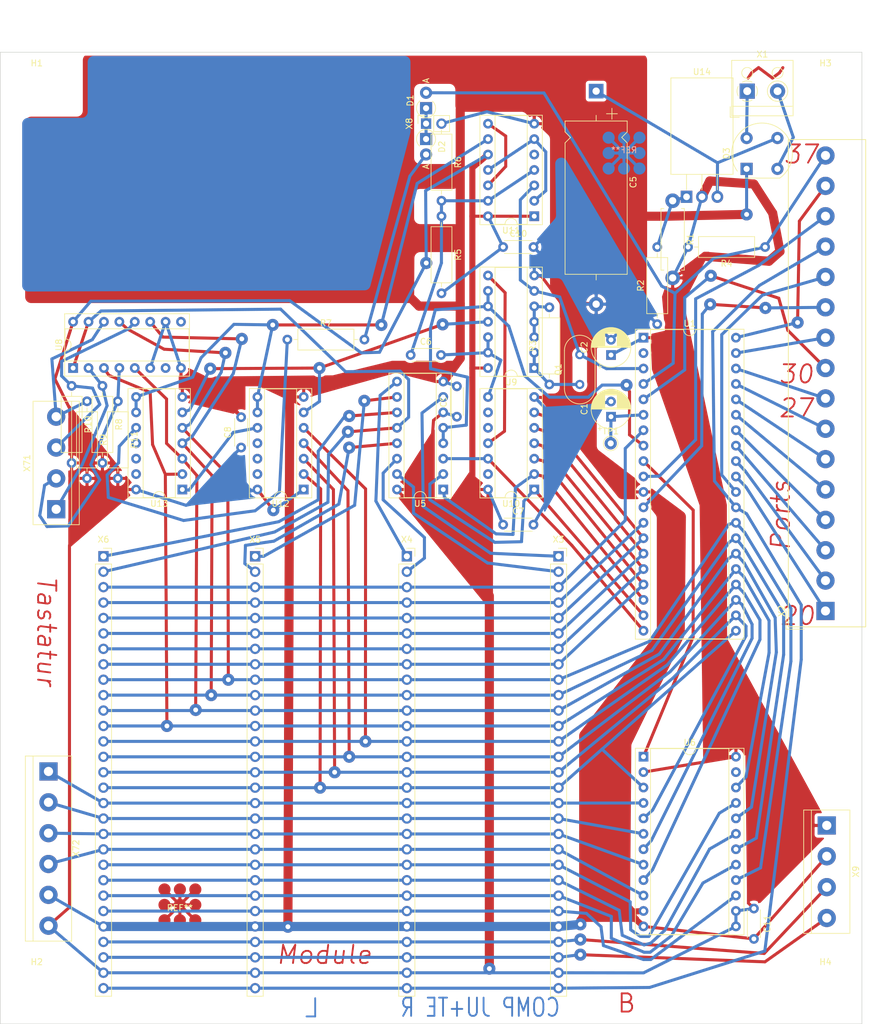
<source format=kicad_pcb>
(kicad_pcb (version 20171130) (host pcbnew 5.1.10)
  (layers (0 F.Cu signal) (31 B.Cu signal) (34 B.Paste user) (35 F.Paste user) (36 B.SilkS user) (37 F.SilkS user) (38 B.Mask user) (39 F.Mask user) (44 Edge.Cuts user))
  (net 0 "")
  (net 1 GND)
  (net 2 ~RESET)
  (net 3 +5P)
  (net 4 "Net-(C5-Pad1)")
  (net 5 "Net-(C6-Pad2)")
  (net 6 FF_SYNC)
  (net 7 U2)
  (net 8 "Net-(D1-Pad2)")
  (net 9 BAS)
  (net 10 "Net-(D2-Pad2)")
  (net 11 "Net-(D3-Pad2)")
  (net 12 "Net-(D3-Pad4)")
  (net 13 TAKT)
  (net 14 "Net-(Q1-Pad1)")
  (net 15 "Net-(R1-Pad1)")
  (net 16 "Net-(R3-Pad2)")
  (net 17 "Net-(R7-Pad1)")
  (net 18 /Hauptplatine/S0)
  (net 19 /Hauptplatine/S3)
  (net 20 /Hauptplatine/S2)
  (net 21 /Hauptplatine/S1)
  (net 22 "Net-(U1-Pad40)")
  (net 23 /Hauptplatine/A15)
  (net 24 "Net-(U1-Pad39)")
  (net 25 /Hauptplatine/A14)
  (net 26 "Net-(U1-Pad38)")
  (net 27 /Hauptplatine/A13)
  (net 28 "Net-(U1-Pad37)")
  (net 29 /Hauptplatine/A12)
  (net 30 "Net-(U1-Pad36)")
  (net 31 /Hauptplatine/A11)
  (net 32 "Net-(U1-Pad35)")
  (net 33 /Hauptplatine/A10)
  (net 34 "Net-(U1-Pad34)")
  (net 35 /Hauptplatine/A9)
  (net 36 "Net-(U1-Pad33)")
  (net 37 /Hauptplatine/A8)
  (net 38 "Net-(U1-Pad32)")
  (net 39 "Net-(U1-Pad31)")
  (net 40 "Net-(U1-Pad30)")
  (net 41 "Net-(U1-Pad10)")
  (net 42 P34)
  (net 43 "Net-(U1-Pad9)")
  (net 44 /Hauptplatine/D7)
  (net 45 ~DS)
  (net 46 /Hauptplatine/D6)
  (net 47 R~W)
  (net 48 /Hauptplatine/D5)
  (net 49 /Hauptplatine/D4)
  (net 50 "Net-(U1-Pad5)")
  (net 51 /Hauptplatine/D3)
  (net 52 /Hauptplatine/D2)
  (net 53 /Hauptplatine/D1)
  (net 54 /Hauptplatine/D0)
  (net 55 ~CS0)
  (net 56 ~CS7)
  (net 57 ~CS1)
  (net 58 ~CS2)
  (net 59 ~CS3)
  (net 60 ~CS4)
  (net 61 ~CS5)
  (net 62 ~CS6)
  (net 63 "Net-(U6-Pad23)")
  (net 64 /Hauptplatine/A3)
  (net 65 /Hauptplatine/A4)
  (net 66 /Hauptplatine/A2)
  (net 67 /Hauptplatine/A5)
  (net 68 /Hauptplatine/A1)
  (net 69 /Hauptplatine/A6)
  (net 70 /Hauptplatine/A0)
  (net 71 /Hauptplatine/A7)
  (net 72 "Net-(U8-Pad7)")
  (net 73 "Net-(U8-Pad9)")
  (net 74 "Net-(U12-Pad6)")
  (net 75 "Net-(U10-Pad11)")
  (net 76 "Net-(U10-Pad13)")
  (net 77 "Net-(U10-Pad10)")
  (net 78 "Net-(U10-Pad9)")
  (net 79 "Net-(U11-Pad12)")
  (net 80 "Net-(U11-Pad5)")
  (net 81 "Net-(U11-Pad9)")
  (net 82 "Net-(U12-Pad13)")
  (net 83 "Net-(U12-Pad12)")
  (net 84 "Net-(U12-Pad11)")
  (net 85 "Net-(U12-Pad10)")
  (net 86 "Net-(U13-Pad13)")
  (net 87 "Net-(U13-Pad12)")
  (net 88 "Net-(U13-Pad11)")
  (net 89 U1)
  (net 90 "Net-(U11-Pad11)")
  (net 91 "Net-(U1-Pad2)")
  (net 92 "Net-(U1-Pad12)")
  (module Tiny2k_Bauteile:CP_Axial_L25.0mm_D10.0mm_P35.00mm_Horizontal (layer F.Cu) (at 118.2 26.4 270)
    (fp_text reference C5 (at 15 -6.12 90) (layer F.SilkS))
    (fp_text value 2200µF/10V)
    (pad 2 thru_hole oval (at 35.08 0 270) (size 2.4 2.4) (drill 1.2) (layers *.Cu *.Mask) (net 1 GND))
    (pad 1 thru_hole rect (at 0 0 270) (size 2.4 2.4) (drill 1.2) (layers *.Cu *.Mask) (net 4 "Net-(C5-Pad1)"))
  )
  (module Tiny2k_Bauteile:jute_pcb_logo (layer F.Cu) (at 49.6 160.4)
    (fp_text reference REF** (at 0 0.5) (layer F.SilkS))
    (fp_text value jute_pcb_logo)
    (pad 2 smd rect (at 0 0 135) (size 0.5 7) (layers F.Cu F.Paste F.Mask))
    (pad 2 smd rect (at 0 0 45) (size 0.5 7) (layers F.Cu F.Paste F.Mask))
    (pad 2 smd rect (at 0 0 90) (size 0.5 5.08) (layers F.Cu F.Paste F.Mask))
    (pad 2 smd rect (at 0 0) (size 0.5 5.08) (layers F.Cu F.Paste F.Mask))
    (pad 1 smd circle (at -2.54 0) (size 2 2) (layers F.Cu F.Paste F.Mask))
    (pad 1 smd circle (at -2.54 2.54) (size 2 2) (layers F.Cu F.Paste F.Mask))
    (pad 1 smd circle (at 0 2.54) (size 2 2) (layers F.Cu F.Paste F.Mask))
    (pad 1 smd circle (at 2.54 2.54) (size 2 2) (layers F.Cu F.Paste F.Mask))
    (pad 1 smd circle (at 2.54 0) (size 2 2) (layers F.Cu F.Paste F.Mask))
    (pad 1 smd circle (at 2.54 -2.54) (size 2 2) (layers F.Cu F.Paste F.Mask))
    (pad 1 smd circle (at 0 -2.54) (size 2 2) (layers F.Cu F.Paste F.Mask))
    (pad 1 smd circle (at -2.54 -2.54) (size 2 2) (layers F.Cu F.Paste F.Mask))
    (pad 1 smd circle (at 0 0) (size 2 2) (layers F.Cu F.Paste F.Mask))
  )
  (module Tiny2k_Bauteile:jute_pcb_logo (layer B.Cu) (at 122.8 36.6)
    (fp_text reference REF** (at 0 -0.5) (layer B.SilkS) (effects (justify mirror)))
    (fp_text value jute_pcb_logo)
    (pad 2 smd rect (at 0 0 225) (size 0.5 7) (layers B.Cu B.Paste B.Mask))
    (pad 2 smd rect (at 0 0 315) (size 0.5 7) (layers B.Cu B.Paste B.Mask))
    (pad 2 smd rect (at 0 0 270) (size 0.5 5.08) (layers B.Cu B.Paste B.Mask))
    (pad 2 smd rect (at 0 0) (size 0.5 5.08) (layers B.Cu B.Paste B.Mask))
    (pad 1 smd circle (at -2.54 0) (size 2 2) (layers B.Cu B.Paste B.Mask))
    (pad 1 smd circle (at -2.54 -2.54) (size 2 2) (layers B.Cu B.Paste B.Mask))
    (pad 1 smd circle (at 0 -2.54) (size 2 2) (layers B.Cu B.Paste B.Mask))
    (pad 1 smd circle (at 2.54 -2.54) (size 2 2) (layers B.Cu B.Paste B.Mask))
    (pad 1 smd circle (at 2.54 0) (size 2 2) (layers B.Cu B.Paste B.Mask))
    (pad 1 smd circle (at 2.54 2.54) (size 2 2) (layers B.Cu B.Paste B.Mask))
    (pad 1 smd circle (at 0 2.54) (size 2 2) (layers B.Cu B.Paste B.Mask))
    (pad 1 smd circle (at -2.54 2.54) (size 2 2) (layers B.Cu B.Paste B.Mask))
    (pad 1 smd circle (at 0 0) (size 2 2) (layers B.Cu B.Paste B.Mask))
  )
  (module Package_TO_SOT_THT:TO-220-3_Horizontal_TabDown (layer F.Cu) (at 133.1 43.8)
    (fp_text reference U14 (at 2.54 -20.58) (layer F.SilkS))
    (fp_text value B3170V)
    (pad 3 thru_hole oval (at 5.08 0) (size 1.905 2) (drill 1.1) (layers *.Cu *.Mask) (net 4 "Net-(C5-Pad1)"))
    (pad 2 thru_hole oval (at 2.54 0) (size 1.905 2) (drill 1.1) (layers *.Cu *.Mask) (net 3 +5P))
    (pad 1 thru_hole rect (at 0 0) (size 1.905 2) (drill 1.1) (layers *.Cu *.Mask) (net 15 "Net-(R1-Pad1)"))
    (pad "" np_thru_hole oval (at 2.54 -16.66) (size 3.5 3.5) (drill 3.5) (layers *.Cu *.Mask))
  )
  (module TestPoint:TestPoint_THTPad_D2.0mm_Drill1.0mm (layer F.Cu) (at 120.6 84.4)
    (fp_text reference TP1 (at 0 -1.998) (layer F.SilkS))
    (fp_text value ~Reset)
    (pad 1 thru_hole circle (at 0 0) (size 2 2) (drill 1) (layers *.Cu *.Mask) (net 2 ~RESET))
  )
  (module MountingHole:MountingHole_3.2mm_M3 (layer F.Cu) (at 156 174)
    (fp_text reference H4 (at 0 -4.2) (layer F.SilkS))
    (fp_text value M3)
    (pad 1 np_thru_hole circle (at 0 0) (size 3.2 3.2) (drill 3.2) (layers *.Cu *.Mask))
  )
  (module MountingHole:MountingHole_3.2mm_M3 (layer F.Cu) (at 156 26)
    (fp_text reference H3 (at 0 -4.2) (layer F.SilkS))
    (fp_text value M3)
    (pad 1 np_thru_hole circle (at 0 0) (size 3.2 3.2) (drill 3.2) (layers *.Cu *.Mask))
  )
  (module MountingHole:MountingHole_3.2mm_M3 (layer F.Cu) (at 26 174)
    (fp_text reference H2 (at 0 -4.2) (layer F.SilkS))
    (fp_text value M3)
    (pad 1 np_thru_hole circle (at 0 0) (size 3.2 3.2) (drill 3.2) (layers *.Cu *.Mask))
  )
  (module MountingHole:MountingHole_3.2mm_M3 (layer F.Cu) (at 26 26)
    (fp_text reference H1 (at 0 -4.2) (layer F.SilkS))
    (fp_text value M3)
    (pad 1 np_thru_hole circle (at 0 0) (size 3.2 3.2) (drill 3.2) (layers *.Cu *.Mask))
  )
  (module TerminalBlock:TerminalBlock_bornier-6_P5.08mm (layer F.Cu) (at 27.94 138.43 270)
    (fp_text reference X72 (at 12.65 -4.55 90) (layer F.SilkS))
    (fp_text value Zeilen)
    (pad 6 thru_hole circle (at 25.4 0 270) (size 3 3) (drill 1.52) (layers *.Cu *.Mask) (net 3 +5P))
    (pad 5 thru_hole circle (at 20.32 0 270) (size 3 3) (drill 1.52) (layers *.Cu *.Mask) (net 1 GND))
    (pad 4 thru_hole circle (at 15.24 0 270) (size 3 3) (drill 1.52) (layers *.Cu *.Mask) (net 64 /Hauptplatine/A3))
    (pad 1 thru_hole rect (at 0 0 270) (size 3 3) (drill 1.52) (layers *.Cu *.Mask) (net 70 /Hauptplatine/A0))
    (pad 3 thru_hole circle (at 10.16 0 270) (size 3 3) (drill 1.52) (layers *.Cu *.Mask) (net 66 /Hauptplatine/A2))
    (pad 2 thru_hole circle (at 5.08 0 270) (size 3 3) (drill 1.52) (layers *.Cu *.Mask) (net 68 /Hauptplatine/A1))
  )
  (module TerminalBlock:TerminalBlock_bornier-4_P5.08mm (layer F.Cu) (at 29.21 95.25 90)
    (fp_text reference X71 (at 7.6 -4.8 90) (layer F.SilkS))
    (fp_text value Spalten)
    (pad 4 thru_hole circle (at 15.24 0 90) (size 3 3) (drill 1.52) (layers *.Cu *.Mask) (net 19 /Hauptplatine/S3))
    (pad 1 thru_hole rect (at 0 0 90) (size 3 3) (drill 1.52) (layers *.Cu *.Mask) (net 18 /Hauptplatine/S0))
    (pad 3 thru_hole circle (at 10.16 0 90) (size 3 3) (drill 1.52) (layers *.Cu *.Mask) (net 20 /Hauptplatine/S2))
    (pad 2 thru_hole circle (at 5.08 0 90) (size 3 3) (drill 1.52) (layers *.Cu *.Mask) (net 21 /Hauptplatine/S1))
  )
  (module TerminalBlock:TerminalBlock_bornier-4_P5.08mm (layer F.Cu) (at 156.21 147.32 270)
    (fp_text reference X9 (at 7.6 -4.8 90) (layer F.SilkS))
    (fp_text value Versorgung)
    (pad 4 thru_hole circle (at 15.24 0 270) (size 3 3) (drill 1.52) (layers *.Cu *.Mask) (net 7 U2))
    (pad 1 thru_hole rect (at 0 0 270) (size 3 3) (drill 1.52) (layers *.Cu *.Mask) (net 3 +5P))
    (pad 3 thru_hole circle (at 10.16 0 270) (size 3 3) (drill 1.52) (layers *.Cu *.Mask) (net 89 U1))
    (pad 2 thru_hole circle (at 5.08 0 270) (size 3 3) (drill 1.52) (layers *.Cu *.Mask) (net 1 GND))
  )
  (module Resistor_THT:R_Axial_DIN0309_L9.0mm_D3.2mm_P12.70mm_Horizontal (layer F.Cu) (at 146.05 52.07 180)
    (fp_text reference R4 (at 6.35 -2.72) (layer F.SilkS))
    (fp_text value 2,7k)
    (pad 2 thru_hole oval (at 12.7 0 180) (size 1.6 1.6) (drill 0.8) (layers *.Cu *.Mask) (net 3 +5P))
    (pad 1 thru_hole circle (at 0 0 180) (size 1.6 1.6) (drill 0.8) (layers *.Cu *.Mask) (net 8 "Net-(D1-Pad2)"))
  )
  (module Resistor_THT:R_Axial_DIN0309_L9.0mm_D3.2mm_P12.70mm_Horizontal (layer F.Cu) (at 110.49 74.7 90)
    (fp_text reference R3 (at 6.35 -2.72 90) (layer F.SilkS))
    (fp_text value 470)
    (pad 2 thru_hole oval (at 12.7 0 90) (size 1.6 1.6) (drill 0.8) (layers *.Cu *.Mask) (net 16 "Net-(R3-Pad2)"))
    (pad 1 thru_hole circle (at 0 0 90) (size 1.6 1.6) (drill 0.8) (layers *.Cu *.Mask) (net 14 "Net-(Q1-Pad1)"))
  )
  (module Resistor_THT:R_Axial_DIN0309_L9.0mm_D3.2mm_P12.70mm_Horizontal (layer F.Cu) (at 92.71 31.75 270)
    (fp_text reference R6 (at 6.35 -2.72 90) (layer F.SilkS))
    (fp_text value 3,3k)
    (pad 2 thru_hole oval (at 12.7 0 270) (size 1.6 1.6) (drill 0.8) (layers *.Cu *.Mask) (net 6 FF_SYNC))
    (pad 1 thru_hole circle (at 0 0 270) (size 1.6 1.6) (drill 0.8) (layers *.Cu *.Mask) (net 1 GND))
  )
  (module Resistor_THT:R_Axial_DIN0309_L9.0mm_D3.2mm_P12.70mm_Horizontal (layer F.Cu) (at 92.71 46.99 270)
    (fp_text reference R5 (at 6.35 -2.72 90) (layer F.SilkS))
    (fp_text value 3,3k)
    (pad 2 thru_hole oval (at 12.7 0 270) (size 1.6 1.6) (drill 0.8) (layers *.Cu *.Mask) (net 3 +5P))
    (pad 1 thru_hole circle (at 0 0 270) (size 1.6 1.6) (drill 0.8) (layers *.Cu *.Mask) (net 6 FF_SYNC))
  )
  (module Resistor_THT:R_Axial_DIN0309_L9.0mm_D3.2mm_P12.70mm_Horizontal (layer F.Cu) (at 128.27 64.77 90)
    (fp_text reference R2 (at 6.35 -2.72 90) (layer F.SilkS))
    (fp_text value 560)
    (pad 2 thru_hole oval (at 12.7 0 90) (size 1.6 1.6) (drill 0.8) (layers *.Cu *.Mask) (net 15 "Net-(R1-Pad1)"))
    (pad 1 thru_hole circle (at 0 0 90) (size 1.6 1.6) (drill 0.8) (layers *.Cu *.Mask) (net 1 GND))
  )
  (module Resistor_THT:R_Axial_DIN0411_L9.9mm_D3.6mm_P12.70mm_Horizontal (layer F.Cu) (at 130.81 44.45 270)
    (fp_text reference R1 (at 6.35 -2.92 90) (layer F.SilkS))
    (fp_text value 180)
    (pad 2 thru_hole oval (at 12.7 0 270) (size 2.4 2.4) (drill 1.2) (layers *.Cu *.Mask) (net 3 +5P))
    (pad 1 thru_hole circle (at 0 0 270) (size 2.4 2.4) (drill 1.2) (layers *.Cu *.Mask) (net 15 "Net-(R1-Pad1)"))
  )
  (module Diode_THT:D_T-1_P2.54mm_Vertical_AnodeUp (layer F.Cu) (at 90.17 34.29 270)
    (fp_text reference D2 (at 1.27 -2.609214 90) (layer F.SilkS))
    (fp_text value SAY30)
    (fp_text user A (at 4.54 0 90) (layer F.SilkS))
    (pad 2 thru_hole oval (at 2.54 0 270) (size 2 2) (drill 1) (layers *.Cu *.Mask) (net 10 "Net-(D2-Pad2)"))
    (pad 1 thru_hole rect (at 0 0 270) (size 2 2) (drill 1) (layers *.Cu *.Mask) (net 9 BAS))
  )
  (module Diode_THT:D_T-1_P2.54mm_Vertical_AnodeUp (layer F.Cu) (at 90.17 29.21 90)
    (fp_text reference D1 (at 1.27 -2.609214 90) (layer F.SilkS))
    (fp_text value SAY30)
    (fp_text user A (at 4.54 0 90) (layer F.SilkS))
    (pad 2 thru_hole oval (at 2.54 0 90) (size 2 2) (drill 1) (layers *.Cu *.Mask) (net 8 "Net-(D1-Pad2)"))
    (pad 1 thru_hole rect (at 0 0 90) (size 2 2) (drill 1) (layers *.Cu *.Mask) (net 9 BAS))
  )
  (module Resistor_THT:R_Axial_DIN0309_L9.0mm_D3.2mm_P12.70mm_Horizontal (layer F.Cu) (at 67.31 67.31)
    (fp_text reference R7 (at 6.35 -2.72) (layer F.SilkS))
    (fp_text value 6,8k)
    (pad 2 thru_hole oval (at 12.7 0) (size 1.6 1.6) (drill 0.8) (layers *.Cu *.Mask) (net 10 "Net-(D2-Pad2)"))
    (pad 1 thru_hole circle (at 0 0) (size 1.6 1.6) (drill 0.8) (layers *.Cu *.Mask) (net 17 "Net-(R7-Pad1)"))
  )
  (module Resistor_THT:R_Axial_DIN0309_L9.0mm_D3.2mm_P12.70mm_Horizontal (layer F.Cu) (at 39.37 77.47 270)
    (fp_text reference R11 (at 6.35 -2.72 90) (layer F.SilkS))
    (fp_text value 15k)
    (pad 2 thru_hole oval (at 12.7 0 270) (size 1.6 1.6) (drill 0.8) (layers *.Cu *.Mask) (net 3 +5P))
    (pad 1 thru_hole circle (at 0 0 270) (size 1.6 1.6) (drill 0.8) (layers *.Cu *.Mask) (net 21 /Hauptplatine/S1))
  )
  (module Resistor_THT:R_Axial_DIN0309_L9.0mm_D3.2mm_P12.70mm_Horizontal (layer F.Cu) (at 31.75 74.93 270)
    (fp_text reference R10 (at 6.35 -2.72 90) (layer F.SilkS))
    (fp_text value 15k)
    (pad 2 thru_hole oval (at 12.7 0 270) (size 1.6 1.6) (drill 0.8) (layers *.Cu *.Mask) (net 3 +5P))
    (pad 1 thru_hole circle (at 0 0 270) (size 1.6 1.6) (drill 0.8) (layers *.Cu *.Mask) (net 20 /Hauptplatine/S2))
  )
  (module Resistor_THT:R_Axial_DIN0309_L9.0mm_D3.2mm_P12.70mm_Horizontal (layer F.Cu) (at 34.29 77.47 270)
    (fp_text reference R9 (at 6.35 -2.72 90) (layer F.SilkS))
    (fp_text value 15k)
    (pad 2 thru_hole oval (at 12.7 0 270) (size 1.6 1.6) (drill 0.8) (layers *.Cu *.Mask) (net 3 +5P))
    (pad 1 thru_hole circle (at 0 0 270) (size 1.6 1.6) (drill 0.8) (layers *.Cu *.Mask) (net 19 /Hauptplatine/S3))
  )
  (module Resistor_THT:R_Axial_DIN0309_L9.0mm_D3.2mm_P12.70mm_Horizontal (layer F.Cu) (at 36.83 74.93 270)
    (fp_text reference R8 (at 6.35 -2.72 90) (layer F.SilkS))
    (fp_text value 15k)
    (pad 2 thru_hole oval (at 12.7 0 270) (size 1.6 1.6) (drill 0.8) (layers *.Cu *.Mask) (net 3 +5P))
    (pad 1 thru_hole circle (at 0 0 270) (size 1.6 1.6) (drill 0.8) (layers *.Cu *.Mask) (net 18 /Hauptplatine/S0))
  )
  (module Package_DIP:DIP-14_W7.62mm_Socket (layer F.Cu) (at 108 47 180)
    (fp_text reference U11 (at 3.81 -2.33) (layer F.SilkS))
    (fp_text value DL074D)
    (pad 14 thru_hole oval (at 7.62 0 180) (size 1.6 1.6) (drill 0.8) (layers *.Cu *.Mask) (net 3 +5P))
    (pad 7 thru_hole oval (at 0 15.24 180) (size 1.6 1.6) (drill 0.8) (layers *.Cu *.Mask) (net 1 GND))
    (pad 13 thru_hole oval (at 7.62 2.54 180) (size 1.6 1.6) (drill 0.8) (layers *.Cu *.Mask) (net 6 FF_SYNC))
    (pad 6 thru_hole oval (at 0 12.7 180) (size 1.6 1.6) (drill 0.8) (layers *.Cu *.Mask) (net 90 "Net-(U11-Pad11)"))
    (pad 12 thru_hole oval (at 7.62 5.08 180) (size 1.6 1.6) (drill 0.8) (layers *.Cu *.Mask) (net 79 "Net-(U11-Pad12)"))
    (pad 5 thru_hole oval (at 0 10.16 180) (size 1.6 1.6) (drill 0.8) (layers *.Cu *.Mask) (net 80 "Net-(U11-Pad5)"))
    (pad 11 thru_hole oval (at 7.62 7.62 180) (size 1.6 1.6) (drill 0.8) (layers *.Cu *.Mask) (net 90 "Net-(U11-Pad11)"))
    (pad 4 thru_hole oval (at 0 7.62 180) (size 1.6 1.6) (drill 0.8) (layers *.Cu *.Mask) (net 6 FF_SYNC))
    (pad 10 thru_hole oval (at 7.62 10.16 180) (size 1.6 1.6) (drill 0.8) (layers *.Cu *.Mask) (net 3 +5P))
    (pad 3 thru_hole oval (at 0 5.08 180) (size 1.6 1.6) (drill 0.8) (layers *.Cu *.Mask) (net 13 TAKT))
    (pad 9 thru_hole oval (at 7.62 12.7 180) (size 1.6 1.6) (drill 0.8) (layers *.Cu *.Mask) (net 81 "Net-(U11-Pad9)"))
    (pad 2 thru_hole oval (at 0 2.54 180) (size 1.6 1.6) (drill 0.8) (layers *.Cu *.Mask) (net 90 "Net-(U11-Pad11)"))
    (pad 8 thru_hole oval (at 7.62 15.24 180) (size 1.6 1.6) (drill 0.8) (layers *.Cu *.Mask) (net 79 "Net-(U11-Pad12)"))
    (pad 1 thru_hole rect (at 0 0 180) (size 1.6 1.6) (drill 0.8) (layers *.Cu *.Mask) (net 3 +5P))
  )
  (module Diode_THT:Diode_Bridge_Round_D9.8mm (layer F.Cu) (at 143 39.2 90)
    (fp_text reference D3 (at 2.54 -3.302 90) (layer F.SilkS))
    (fp_text value 1PM05)
    (pad 1 thru_hole rect (at 0 0 90) (size 2 2) (drill 1) (layers *.Cu *.Mask) (net 1 GND))
    (pad 3 thru_hole oval (at 5.08 5.08 90) (size 2 2) (drill 1) (layers *.Cu *.Mask) (net 4 "Net-(C5-Pad1)"))
    (pad 2 thru_hole oval (at 0 5.08 90) (size 2 2) (drill 1) (layers *.Cu *.Mask) (net 11 "Net-(D3-Pad2)"))
    (pad 4 thru_hole oval (at 5.08 0 90) (size 2 2) (drill 1) (layers *.Cu *.Mask) (net 12 "Net-(D3-Pad4)"))
  )
  (module Connector_PinSocket_2.54mm:PinSocket_1x02_P2.54mm_Vertical (layer F.Cu) (at 90.17 31.75 90)
    (fp_text reference X8 (at 0 -2.77 90) (layer F.SilkS))
    (fp_text value Video)
    (pad 2 thru_hole oval (at 0 2.54 90) (size 1.7 1.7) (drill 1) (layers *.Cu *.Mask) (net 1 GND))
    (pad 1 thru_hole rect (at 0 0 90) (size 1.7 1.7) (drill 1) (layers *.Cu *.Mask) (net 9 BAS))
  )
  (module Connector_PinSocket_2.54mm:PinSocket_1x29_P2.54mm_Vertical (layer F.Cu) (at 37 103)
    (fp_text reference X6 (at 0 -2.77) (layer F.SilkS))
    (fp_text value "Modul 4")
    (pad 29 thru_hole oval (at 0 71.12) (size 1.7 1.7) (drill 1) (layers *.Cu *.Mask) (net 42 P34))
    (pad 28 thru_hole oval (at 0 68.58) (size 1.7 1.7) (drill 1) (layers *.Cu *.Mask) (net 3 +5P))
    (pad 27 thru_hole oval (at 0 66.04) (size 1.7 1.7) (drill 1) (layers *.Cu *.Mask) (net 7 U2))
    (pad 26 thru_hole oval (at 0 63.5) (size 1.7 1.7) (drill 1) (layers *.Cu *.Mask) (net 89 U1))
    (pad 25 thru_hole oval (at 0 60.96) (size 1.7 1.7) (drill 1) (layers *.Cu *.Mask) (net 1 GND))
    (pad 24 thru_hole oval (at 0 58.42) (size 1.7 1.7) (drill 1) (layers *.Cu *.Mask) (net 71 /Hauptplatine/A7))
    (pad 23 thru_hole oval (at 0 55.88) (size 1.7 1.7) (drill 1) (layers *.Cu *.Mask) (net 69 /Hauptplatine/A6))
    (pad 22 thru_hole oval (at 0 53.34) (size 1.7 1.7) (drill 1) (layers *.Cu *.Mask) (net 67 /Hauptplatine/A5))
    (pad 21 thru_hole oval (at 0 50.8) (size 1.7 1.7) (drill 1) (layers *.Cu *.Mask) (net 65 /Hauptplatine/A4))
    (pad 20 thru_hole oval (at 0 48.26) (size 1.7 1.7) (drill 1) (layers *.Cu *.Mask) (net 64 /Hauptplatine/A3))
    (pad 19 thru_hole oval (at 0 45.72) (size 1.7 1.7) (drill 1) (layers *.Cu *.Mask) (net 66 /Hauptplatine/A2))
    (pad 18 thru_hole oval (at 0 43.18) (size 1.7 1.7) (drill 1) (layers *.Cu *.Mask) (net 68 /Hauptplatine/A1))
    (pad 17 thru_hole oval (at 0 40.64) (size 1.7 1.7) (drill 1) (layers *.Cu *.Mask) (net 70 /Hauptplatine/A0))
    (pad 16 thru_hole oval (at 0 38.1) (size 1.7 1.7) (drill 1) (layers *.Cu *.Mask) (net 54 /Hauptplatine/D0))
    (pad 15 thru_hole oval (at 0 35.56) (size 1.7 1.7) (drill 1) (layers *.Cu *.Mask) (net 53 /Hauptplatine/D1))
    (pad 14 thru_hole oval (at 0 33.02) (size 1.7 1.7) (drill 1) (layers *.Cu *.Mask) (net 52 /Hauptplatine/D2))
    (pad 13 thru_hole oval (at 0 30.48) (size 1.7 1.7) (drill 1) (layers *.Cu *.Mask) (net 51 /Hauptplatine/D3))
    (pad 12 thru_hole oval (at 0 27.94) (size 1.7 1.7) (drill 1) (layers *.Cu *.Mask) (net 49 /Hauptplatine/D4))
    (pad 11 thru_hole oval (at 0 25.4) (size 1.7 1.7) (drill 1) (layers *.Cu *.Mask) (net 48 /Hauptplatine/D5))
    (pad 10 thru_hole oval (at 0 22.86) (size 1.7 1.7) (drill 1) (layers *.Cu *.Mask) (net 46 /Hauptplatine/D6))
    (pad 9 thru_hole oval (at 0 20.32) (size 1.7 1.7) (drill 1) (layers *.Cu *.Mask) (net 44 /Hauptplatine/D7))
    (pad 8 thru_hole oval (at 0 17.78) (size 1.7 1.7) (drill 1) (layers *.Cu *.Mask) (net 29 /Hauptplatine/A12))
    (pad 7 thru_hole oval (at 0 15.24) (size 1.7 1.7) (drill 1) (layers *.Cu *.Mask) (net 31 /Hauptplatine/A11))
    (pad 6 thru_hole oval (at 0 12.7) (size 1.7 1.7) (drill 1) (layers *.Cu *.Mask) (net 33 /Hauptplatine/A10))
    (pad 5 thru_hole oval (at 0 10.16) (size 1.7 1.7) (drill 1) (layers *.Cu *.Mask) (net 35 /Hauptplatine/A9))
    (pad 4 thru_hole oval (at 0 7.62) (size 1.7 1.7) (drill 1) (layers *.Cu *.Mask) (net 37 /Hauptplatine/A8))
    (pad 3 thru_hole oval (at 0 5.08) (size 1.7 1.7) (drill 1) (layers *.Cu *.Mask) (net 47 R~W))
    (pad 2 thru_hole oval (at 0 2.54) (size 1.7 1.7) (drill 1) (layers *.Cu *.Mask) (net 59 ~CS3))
    (pad 1 thru_hole rect (at 0 0) (size 1.7 1.7) (drill 1) (layers *.Cu *.Mask) (net 60 ~CS4))
  )
  (module Connector_PinSocket_2.54mm:PinSocket_1x29_P2.54mm_Vertical (layer F.Cu) (at 62 103)
    (fp_text reference X5 (at 0 -2.77) (layer F.SilkS))
    (fp_text value "Modul 3")
    (pad 29 thru_hole oval (at 0 71.12) (size 1.7 1.7) (drill 1) (layers *.Cu *.Mask) (net 42 P34))
    (pad 28 thru_hole oval (at 0 68.58) (size 1.7 1.7) (drill 1) (layers *.Cu *.Mask) (net 3 +5P))
    (pad 27 thru_hole oval (at 0 66.04) (size 1.7 1.7) (drill 1) (layers *.Cu *.Mask) (net 7 U2))
    (pad 26 thru_hole oval (at 0 63.5) (size 1.7 1.7) (drill 1) (layers *.Cu *.Mask) (net 89 U1))
    (pad 25 thru_hole oval (at 0 60.96) (size 1.7 1.7) (drill 1) (layers *.Cu *.Mask) (net 1 GND))
    (pad 24 thru_hole oval (at 0 58.42) (size 1.7 1.7) (drill 1) (layers *.Cu *.Mask) (net 71 /Hauptplatine/A7))
    (pad 23 thru_hole oval (at 0 55.88) (size 1.7 1.7) (drill 1) (layers *.Cu *.Mask) (net 69 /Hauptplatine/A6))
    (pad 22 thru_hole oval (at 0 53.34) (size 1.7 1.7) (drill 1) (layers *.Cu *.Mask) (net 67 /Hauptplatine/A5))
    (pad 21 thru_hole oval (at 0 50.8) (size 1.7 1.7) (drill 1) (layers *.Cu *.Mask) (net 65 /Hauptplatine/A4))
    (pad 20 thru_hole oval (at 0 48.26) (size 1.7 1.7) (drill 1) (layers *.Cu *.Mask) (net 64 /Hauptplatine/A3))
    (pad 19 thru_hole oval (at 0 45.72) (size 1.7 1.7) (drill 1) (layers *.Cu *.Mask) (net 66 /Hauptplatine/A2))
    (pad 18 thru_hole oval (at 0 43.18) (size 1.7 1.7) (drill 1) (layers *.Cu *.Mask) (net 68 /Hauptplatine/A1))
    (pad 17 thru_hole oval (at 0 40.64) (size 1.7 1.7) (drill 1) (layers *.Cu *.Mask) (net 70 /Hauptplatine/A0))
    (pad 16 thru_hole oval (at 0 38.1) (size 1.7 1.7) (drill 1) (layers *.Cu *.Mask) (net 54 /Hauptplatine/D0))
    (pad 15 thru_hole oval (at 0 35.56) (size 1.7 1.7) (drill 1) (layers *.Cu *.Mask) (net 53 /Hauptplatine/D1))
    (pad 14 thru_hole oval (at 0 33.02) (size 1.7 1.7) (drill 1) (layers *.Cu *.Mask) (net 52 /Hauptplatine/D2))
    (pad 13 thru_hole oval (at 0 30.48) (size 1.7 1.7) (drill 1) (layers *.Cu *.Mask) (net 51 /Hauptplatine/D3))
    (pad 12 thru_hole oval (at 0 27.94) (size 1.7 1.7) (drill 1) (layers *.Cu *.Mask) (net 49 /Hauptplatine/D4))
    (pad 11 thru_hole oval (at 0 25.4) (size 1.7 1.7) (drill 1) (layers *.Cu *.Mask) (net 48 /Hauptplatine/D5))
    (pad 10 thru_hole oval (at 0 22.86) (size 1.7 1.7) (drill 1) (layers *.Cu *.Mask) (net 46 /Hauptplatine/D6))
    (pad 9 thru_hole oval (at 0 20.32) (size 1.7 1.7) (drill 1) (layers *.Cu *.Mask) (net 44 /Hauptplatine/D7))
    (pad 8 thru_hole oval (at 0 17.78) (size 1.7 1.7) (drill 1) (layers *.Cu *.Mask) (net 29 /Hauptplatine/A12))
    (pad 7 thru_hole oval (at 0 15.24) (size 1.7 1.7) (drill 1) (layers *.Cu *.Mask) (net 31 /Hauptplatine/A11))
    (pad 6 thru_hole oval (at 0 12.7) (size 1.7 1.7) (drill 1) (layers *.Cu *.Mask) (net 33 /Hauptplatine/A10))
    (pad 5 thru_hole oval (at 0 10.16) (size 1.7 1.7) (drill 1) (layers *.Cu *.Mask) (net 35 /Hauptplatine/A9))
    (pad 4 thru_hole oval (at 0 7.62) (size 1.7 1.7) (drill 1) (layers *.Cu *.Mask) (net 37 /Hauptplatine/A8))
    (pad 3 thru_hole oval (at 0 5.08) (size 1.7 1.7) (drill 1) (layers *.Cu *.Mask) (net 47 R~W))
    (pad 2 thru_hole oval (at 0 2.54) (size 1.7 1.7) (drill 1) (layers *.Cu *.Mask) (net 58 ~CS2))
    (pad 1 thru_hole rect (at 0 0) (size 1.7 1.7) (drill 1) (layers *.Cu *.Mask) (net 61 ~CS5))
  )
  (module Connector_PinSocket_2.54mm:PinSocket_1x29_P2.54mm_Vertical (layer F.Cu) (at 87 103)
    (fp_text reference X4 (at 0 -2.77) (layer F.SilkS))
    (fp_text value "Modul 2")
    (pad 29 thru_hole oval (at 0 71.12) (size 1.7 1.7) (drill 1) (layers *.Cu *.Mask) (net 42 P34))
    (pad 28 thru_hole oval (at 0 68.58) (size 1.7 1.7) (drill 1) (layers *.Cu *.Mask) (net 3 +5P))
    (pad 27 thru_hole oval (at 0 66.04) (size 1.7 1.7) (drill 1) (layers *.Cu *.Mask) (net 7 U2))
    (pad 26 thru_hole oval (at 0 63.5) (size 1.7 1.7) (drill 1) (layers *.Cu *.Mask) (net 89 U1))
    (pad 25 thru_hole oval (at 0 60.96) (size 1.7 1.7) (drill 1) (layers *.Cu *.Mask) (net 1 GND))
    (pad 24 thru_hole oval (at 0 58.42) (size 1.7 1.7) (drill 1) (layers *.Cu *.Mask) (net 71 /Hauptplatine/A7))
    (pad 23 thru_hole oval (at 0 55.88) (size 1.7 1.7) (drill 1) (layers *.Cu *.Mask) (net 69 /Hauptplatine/A6))
    (pad 22 thru_hole oval (at 0 53.34) (size 1.7 1.7) (drill 1) (layers *.Cu *.Mask) (net 67 /Hauptplatine/A5))
    (pad 21 thru_hole oval (at 0 50.8) (size 1.7 1.7) (drill 1) (layers *.Cu *.Mask) (net 65 /Hauptplatine/A4))
    (pad 20 thru_hole oval (at 0 48.26) (size 1.7 1.7) (drill 1) (layers *.Cu *.Mask) (net 64 /Hauptplatine/A3))
    (pad 19 thru_hole oval (at 0 45.72) (size 1.7 1.7) (drill 1) (layers *.Cu *.Mask) (net 66 /Hauptplatine/A2))
    (pad 18 thru_hole oval (at 0 43.18) (size 1.7 1.7) (drill 1) (layers *.Cu *.Mask) (net 68 /Hauptplatine/A1))
    (pad 17 thru_hole oval (at 0 40.64) (size 1.7 1.7) (drill 1) (layers *.Cu *.Mask) (net 70 /Hauptplatine/A0))
    (pad 16 thru_hole oval (at 0 38.1) (size 1.7 1.7) (drill 1) (layers *.Cu *.Mask) (net 54 /Hauptplatine/D0))
    (pad 15 thru_hole oval (at 0 35.56) (size 1.7 1.7) (drill 1) (layers *.Cu *.Mask) (net 53 /Hauptplatine/D1))
    (pad 14 thru_hole oval (at 0 33.02) (size 1.7 1.7) (drill 1) (layers *.Cu *.Mask) (net 52 /Hauptplatine/D2))
    (pad 13 thru_hole oval (at 0 30.48) (size 1.7 1.7) (drill 1) (layers *.Cu *.Mask) (net 51 /Hauptplatine/D3))
    (pad 12 thru_hole oval (at 0 27.94) (size 1.7 1.7) (drill 1) (layers *.Cu *.Mask) (net 49 /Hauptplatine/D4))
    (pad 11 thru_hole oval (at 0 25.4) (size 1.7 1.7) (drill 1) (layers *.Cu *.Mask) (net 48 /Hauptplatine/D5))
    (pad 10 thru_hole oval (at 0 22.86) (size 1.7 1.7) (drill 1) (layers *.Cu *.Mask) (net 46 /Hauptplatine/D6))
    (pad 9 thru_hole oval (at 0 20.32) (size 1.7 1.7) (drill 1) (layers *.Cu *.Mask) (net 44 /Hauptplatine/D7))
    (pad 8 thru_hole oval (at 0 17.78) (size 1.7 1.7) (drill 1) (layers *.Cu *.Mask) (net 29 /Hauptplatine/A12))
    (pad 7 thru_hole oval (at 0 15.24) (size 1.7 1.7) (drill 1) (layers *.Cu *.Mask) (net 31 /Hauptplatine/A11))
    (pad 6 thru_hole oval (at 0 12.7) (size 1.7 1.7) (drill 1) (layers *.Cu *.Mask) (net 33 /Hauptplatine/A10))
    (pad 5 thru_hole oval (at 0 10.16) (size 1.7 1.7) (drill 1) (layers *.Cu *.Mask) (net 35 /Hauptplatine/A9))
    (pad 4 thru_hole oval (at 0 7.62) (size 1.7 1.7) (drill 1) (layers *.Cu *.Mask) (net 37 /Hauptplatine/A8))
    (pad 3 thru_hole oval (at 0 5.08) (size 1.7 1.7) (drill 1) (layers *.Cu *.Mask) (net 47 R~W))
    (pad 2 thru_hole oval (at 0 2.54) (size 1.7 1.7) (drill 1) (layers *.Cu *.Mask) (net 57 ~CS1))
    (pad 1 thru_hole rect (at 0 0) (size 1.7 1.7) (drill 1) (layers *.Cu *.Mask) (net 62 ~CS6))
  )
  (module Connector_PinSocket_2.54mm:PinSocket_1x29_P2.54mm_Vertical (layer F.Cu) (at 112 103)
    (fp_text reference X3 (at 0 -2.77) (layer F.SilkS))
    (fp_text value "Modul 1")
    (pad 29 thru_hole oval (at 0 71.12) (size 1.7 1.7) (drill 1) (layers *.Cu *.Mask) (net 42 P34))
    (pad 28 thru_hole oval (at 0 68.58) (size 1.7 1.7) (drill 1) (layers *.Cu *.Mask) (net 3 +5P))
    (pad 27 thru_hole oval (at 0 66.04) (size 1.7 1.7) (drill 1) (layers *.Cu *.Mask) (net 7 U2))
    (pad 26 thru_hole oval (at 0 63.5) (size 1.7 1.7) (drill 1) (layers *.Cu *.Mask) (net 89 U1))
    (pad 25 thru_hole oval (at 0 60.96) (size 1.7 1.7) (drill 1) (layers *.Cu *.Mask) (net 1 GND))
    (pad 24 thru_hole oval (at 0 58.42) (size 1.7 1.7) (drill 1) (layers *.Cu *.Mask) (net 71 /Hauptplatine/A7))
    (pad 23 thru_hole oval (at 0 55.88) (size 1.7 1.7) (drill 1) (layers *.Cu *.Mask) (net 69 /Hauptplatine/A6))
    (pad 22 thru_hole oval (at 0 53.34) (size 1.7 1.7) (drill 1) (layers *.Cu *.Mask) (net 67 /Hauptplatine/A5))
    (pad 21 thru_hole oval (at 0 50.8) (size 1.7 1.7) (drill 1) (layers *.Cu *.Mask) (net 65 /Hauptplatine/A4))
    (pad 20 thru_hole oval (at 0 48.26) (size 1.7 1.7) (drill 1) (layers *.Cu *.Mask) (net 64 /Hauptplatine/A3))
    (pad 19 thru_hole oval (at 0 45.72) (size 1.7 1.7) (drill 1) (layers *.Cu *.Mask) (net 66 /Hauptplatine/A2))
    (pad 18 thru_hole oval (at 0 43.18) (size 1.7 1.7) (drill 1) (layers *.Cu *.Mask) (net 68 /Hauptplatine/A1))
    (pad 17 thru_hole oval (at 0 40.64) (size 1.7 1.7) (drill 1) (layers *.Cu *.Mask) (net 70 /Hauptplatine/A0))
    (pad 16 thru_hole oval (at 0 38.1) (size 1.7 1.7) (drill 1) (layers *.Cu *.Mask) (net 54 /Hauptplatine/D0))
    (pad 15 thru_hole oval (at 0 35.56) (size 1.7 1.7) (drill 1) (layers *.Cu *.Mask) (net 53 /Hauptplatine/D1))
    (pad 14 thru_hole oval (at 0 33.02) (size 1.7 1.7) (drill 1) (layers *.Cu *.Mask) (net 52 /Hauptplatine/D2))
    (pad 13 thru_hole oval (at 0 30.48) (size 1.7 1.7) (drill 1) (layers *.Cu *.Mask) (net 51 /Hauptplatine/D3))
    (pad 12 thru_hole oval (at 0 27.94) (size 1.7 1.7) (drill 1) (layers *.Cu *.Mask) (net 49 /Hauptplatine/D4))
    (pad 11 thru_hole oval (at 0 25.4) (size 1.7 1.7) (drill 1) (layers *.Cu *.Mask) (net 48 /Hauptplatine/D5))
    (pad 10 thru_hole oval (at 0 22.86) (size 1.7 1.7) (drill 1) (layers *.Cu *.Mask) (net 46 /Hauptplatine/D6))
    (pad 9 thru_hole oval (at 0 20.32) (size 1.7 1.7) (drill 1) (layers *.Cu *.Mask) (net 44 /Hauptplatine/D7))
    (pad 8 thru_hole oval (at 0 17.78) (size 1.7 1.7) (drill 1) (layers *.Cu *.Mask) (net 29 /Hauptplatine/A12))
    (pad 7 thru_hole oval (at 0 15.24) (size 1.7 1.7) (drill 1) (layers *.Cu *.Mask) (net 31 /Hauptplatine/A11))
    (pad 6 thru_hole oval (at 0 12.7) (size 1.7 1.7) (drill 1) (layers *.Cu *.Mask) (net 33 /Hauptplatine/A10))
    (pad 5 thru_hole oval (at 0 10.16) (size 1.7 1.7) (drill 1) (layers *.Cu *.Mask) (net 35 /Hauptplatine/A9))
    (pad 4 thru_hole oval (at 0 7.62) (size 1.7 1.7) (drill 1) (layers *.Cu *.Mask) (net 37 /Hauptplatine/A8))
    (pad 3 thru_hole oval (at 0 5.08) (size 1.7 1.7) (drill 1) (layers *.Cu *.Mask) (net 47 R~W))
    (pad 2 thru_hole oval (at 0 2.54) (size 1.7 1.7) (drill 1) (layers *.Cu *.Mask) (net 55 ~CS0))
    (pad 1 thru_hole rect (at 0 0) (size 1.7 1.7) (drill 1) (layers *.Cu *.Mask) (net 56 ~CS7))
  )
  (module TerminalBlock_Altech:Altech_AK300_1x16_P5.00mm_45-Degree (layer F.Cu) (at 156 112 90)
    (fp_text reference X2 (at 0 -7.2 90) (layer F.SilkS))
    (fp_text value P20-27,P30-37)
    (pad 16 thru_hole circle (at 75 0 90) (size 3 3) (drill 1.5) (layers *.Cu *.Mask) (net 8 "Net-(D1-Pad2)"))
    (pad 15 thru_hole circle (at 70 0 90) (size 3 3) (drill 1.5) (layers *.Cu *.Mask) (net 22 "Net-(U1-Pad40)"))
    (pad 14 thru_hole circle (at 65 0 90) (size 3 3) (drill 1.5) (layers *.Cu *.Mask) (net 41 "Net-(U1-Pad10)"))
    (pad 13 thru_hole circle (at 60 0 90) (size 3 3) (drill 1.5) (layers *.Cu *.Mask) (net 42 P34))
    (pad 12 thru_hole circle (at 55 0 90) (size 3 3) (drill 1.5) (layers *.Cu *.Mask) (net 40 "Net-(U1-Pad30)"))
    (pad 11 thru_hole circle (at 50 0 90) (size 3 3) (drill 1.5) (layers *.Cu *.Mask) (net 92 "Net-(U1-Pad12)"))
    (pad 10 thru_hole circle (at 45 0 90) (size 3 3) (drill 1.5) (layers *.Cu *.Mask) (net 24 "Net-(U1-Pad39)"))
    (pad 9 thru_hole circle (at 40 0 90) (size 3 3) (drill 1.5) (layers *.Cu *.Mask) (net 50 "Net-(U1-Pad5)"))
    (pad 8 thru_hole circle (at 35 0 90) (size 3 3) (drill 1.5) (layers *.Cu *.Mask) (net 26 "Net-(U1-Pad38)"))
    (pad 7 thru_hole circle (at 30 0 90) (size 3 3) (drill 1.5) (layers *.Cu *.Mask) (net 28 "Net-(U1-Pad37)"))
    (pad 6 thru_hole circle (at 25 0 90) (size 3 3) (drill 1.5) (layers *.Cu *.Mask) (net 30 "Net-(U1-Pad36)"))
    (pad 5 thru_hole circle (at 20 0 90) (size 3 3) (drill 1.5) (layers *.Cu *.Mask) (net 32 "Net-(U1-Pad35)"))
    (pad 4 thru_hole circle (at 15 0 90) (size 3 3) (drill 1.5) (layers *.Cu *.Mask) (net 34 "Net-(U1-Pad34)"))
    (pad 3 thru_hole circle (at 10 0 90) (size 3 3) (drill 1.5) (layers *.Cu *.Mask) (net 36 "Net-(U1-Pad33)"))
    (pad 2 thru_hole circle (at 5 0 90) (size 3 3) (drill 1.5) (layers *.Cu *.Mask) (net 38 "Net-(U1-Pad32)"))
    (pad 1 thru_hole rect (at 0 0 90) (size 3 3) (drill 1.5) (layers *.Cu *.Mask) (net 39 "Net-(U1-Pad31)"))
  )
  (module TerminalBlock_RND:TerminalBlock_RND_205-00001_1x02_P5.00mm_Horizontal (layer F.Cu) (at 143.1 26.4)
    (fp_text reference X1 (at 2.5 -6.06) (layer F.SilkS))
    (fp_text value "AC: 8V/800mA")
    (pad 2 thru_hole circle (at 5 0) (size 2.5 2.5) (drill 1.3) (layers *.Cu *.Mask) (net 11 "Net-(D3-Pad2)"))
    (pad 1 thru_hole rect (at 0 0) (size 2.5 2.5) (drill 1.3) (layers *.Cu *.Mask) (net 12 "Net-(D3-Pad4)"))
  )
  (module Package_DIP:DIP-14_W7.62mm_Socket (layer F.Cu) (at 50 92 180)
    (fp_text reference U13 (at 3.81 -2.33) (layer F.SilkS))
    (fp_text value D195D)
    (pad 14 thru_hole oval (at 7.62 0 180) (size 1.6 1.6) (drill 0.8) (layers *.Cu *.Mask) (net 3 +5P))
    (pad 7 thru_hole oval (at 0 15.24 180) (size 1.6 1.6) (drill 0.8) (layers *.Cu *.Mask) (net 1 GND))
    (pad 13 thru_hole oval (at 7.62 2.54 180) (size 1.6 1.6) (drill 0.8) (layers *.Cu *.Mask) (net 86 "Net-(U13-Pad13)"))
    (pad 6 thru_hole oval (at 0 12.7 180) (size 1.6 1.6) (drill 0.8) (layers *.Cu *.Mask) (net 74 "Net-(U12-Pad6)"))
    (pad 12 thru_hole oval (at 7.62 5.08 180) (size 1.6 1.6) (drill 0.8) (layers *.Cu *.Mask) (net 87 "Net-(U13-Pad12)"))
    (pad 5 thru_hole oval (at 0 10.16 180) (size 1.6 1.6) (drill 0.8) (layers *.Cu *.Mask) (net 44 /Hauptplatine/D7))
    (pad 11 thru_hole oval (at 7.62 7.62 180) (size 1.6 1.6) (drill 0.8) (layers *.Cu *.Mask) (net 88 "Net-(U13-Pad11)"))
    (pad 4 thru_hole oval (at 0 7.62 180) (size 1.6 1.6) (drill 0.8) (layers *.Cu *.Mask) (net 46 /Hauptplatine/D6))
    (pad 10 thru_hole oval (at 7.62 10.16 180) (size 1.6 1.6) (drill 0.8) (layers *.Cu *.Mask) (net 17 "Net-(R7-Pad1)"))
    (pad 3 thru_hole oval (at 0 5.08 180) (size 1.6 1.6) (drill 0.8) (layers *.Cu *.Mask) (net 48 /Hauptplatine/D5))
    (pad 9 thru_hole oval (at 7.62 12.7 180) (size 1.6 1.6) (drill 0.8) (layers *.Cu *.Mask) (net 81 "Net-(U11-Pad9)"))
    (pad 2 thru_hole oval (at 0 2.54 180) (size 1.6 1.6) (drill 0.8) (layers *.Cu *.Mask) (net 49 /Hauptplatine/D4))
    (pad 8 thru_hole oval (at 7.62 15.24 180) (size 1.6 1.6) (drill 0.8) (layers *.Cu *.Mask) (net 81 "Net-(U11-Pad9)"))
    (pad 1 thru_hole rect (at 0 0 180) (size 1.6 1.6) (drill 0.8) (layers *.Cu *.Mask) (net 85 "Net-(U12-Pad10)"))
  )
  (module Package_DIP:DIP-14_W7.62mm_Socket (layer F.Cu) (at 70 92 180)
    (fp_text reference U12 (at 3.81 -2.33) (layer F.SilkS))
    (fp_text value D195D)
    (pad 14 thru_hole oval (at 7.62 0 180) (size 1.6 1.6) (drill 0.8) (layers *.Cu *.Mask) (net 3 +5P))
    (pad 7 thru_hole oval (at 0 15.24 180) (size 1.6 1.6) (drill 0.8) (layers *.Cu *.Mask) (net 1 GND))
    (pad 13 thru_hole oval (at 7.62 2.54 180) (size 1.6 1.6) (drill 0.8) (layers *.Cu *.Mask) (net 82 "Net-(U12-Pad13)"))
    (pad 6 thru_hole oval (at 0 12.7 180) (size 1.6 1.6) (drill 0.8) (layers *.Cu *.Mask) (net 74 "Net-(U12-Pad6)"))
    (pad 12 thru_hole oval (at 7.62 5.08 180) (size 1.6 1.6) (drill 0.8) (layers *.Cu *.Mask) (net 83 "Net-(U12-Pad12)"))
    (pad 5 thru_hole oval (at 0 10.16 180) (size 1.6 1.6) (drill 0.8) (layers *.Cu *.Mask) (net 51 /Hauptplatine/D3))
    (pad 11 thru_hole oval (at 7.62 7.62 180) (size 1.6 1.6) (drill 0.8) (layers *.Cu *.Mask) (net 84 "Net-(U12-Pad11)"))
    (pad 4 thru_hole oval (at 0 7.62 180) (size 1.6 1.6) (drill 0.8) (layers *.Cu *.Mask) (net 52 /Hauptplatine/D2))
    (pad 10 thru_hole oval (at 7.62 10.16 180) (size 1.6 1.6) (drill 0.8) (layers *.Cu *.Mask) (net 85 "Net-(U12-Pad10)"))
    (pad 3 thru_hole oval (at 0 5.08 180) (size 1.6 1.6) (drill 0.8) (layers *.Cu *.Mask) (net 53 /Hauptplatine/D1))
    (pad 9 thru_hole oval (at 7.62 12.7 180) (size 1.6 1.6) (drill 0.8) (layers *.Cu *.Mask) (net 81 "Net-(U11-Pad9)"))
    (pad 2 thru_hole oval (at 0 2.54 180) (size 1.6 1.6) (drill 0.8) (layers *.Cu *.Mask) (net 54 /Hauptplatine/D0))
    (pad 8 thru_hole oval (at 7.62 15.24 180) (size 1.6 1.6) (drill 0.8) (layers *.Cu *.Mask) (net 81 "Net-(U11-Pad9)"))
    (pad 1 thru_hole rect (at 0 0 180) (size 1.6 1.6) (drill 0.8) (layers *.Cu *.Mask) (net 3 +5P))
  )
  (module Package_DIP:DIP-14_W7.62mm_Socket (layer F.Cu) (at 108 92 180)
    (fp_text reference U10 (at 3.81 -2.33) (layer F.SilkS))
    (fp_text value DL030D)
    (pad 14 thru_hole oval (at 7.62 0 180) (size 1.6 1.6) (drill 0.8) (layers *.Cu *.Mask) (net 3 +5P))
    (pad 7 thru_hole oval (at 0 15.24 180) (size 1.6 1.6) (drill 0.8) (layers *.Cu *.Mask) (net 1 GND))
    (pad 13 thru_hole oval (at 7.62 2.54 180) (size 1.6 1.6) (drill 0.8) (layers *.Cu *.Mask) (net 76 "Net-(U10-Pad13)"))
    (pad 6 thru_hole oval (at 0 12.7 180) (size 1.6 1.6) (drill 0.8) (layers *.Cu *.Mask) (net 35 /Hauptplatine/A9))
    (pad 12 thru_hole oval (at 7.62 5.08 180) (size 1.6 1.6) (drill 0.8) (layers *.Cu *.Mask) (net 23 /Hauptplatine/A15))
    (pad 5 thru_hole oval (at 0 10.16 180) (size 1.6 1.6) (drill 0.8) (layers *.Cu *.Mask) (net 33 /Hauptplatine/A10))
    (pad 11 thru_hole oval (at 7.62 7.62 180) (size 1.6 1.6) (drill 0.8) (layers *.Cu *.Mask) (net 75 "Net-(U10-Pad11)"))
    (pad 4 thru_hole oval (at 0 7.62 180) (size 1.6 1.6) (drill 0.8) (layers *.Cu *.Mask) (net 31 /Hauptplatine/A11))
    (pad 10 thru_hole oval (at 7.62 10.16 180) (size 1.6 1.6) (drill 0.8) (layers *.Cu *.Mask) (net 77 "Net-(U10-Pad10)"))
    (pad 3 thru_hole oval (at 0 5.08 180) (size 1.6 1.6) (drill 0.8) (layers *.Cu *.Mask) (net 29 /Hauptplatine/A12))
    (pad 9 thru_hole oval (at 7.62 12.7 180) (size 1.6 1.6) (drill 0.8) (layers *.Cu *.Mask) (net 78 "Net-(U10-Pad9)"))
    (pad 2 thru_hole oval (at 0 2.54 180) (size 1.6 1.6) (drill 0.8) (layers *.Cu *.Mask) (net 27 /Hauptplatine/A13))
    (pad 8 thru_hole oval (at 7.62 15.24 180) (size 1.6 1.6) (drill 0.8) (layers *.Cu *.Mask) (net 5 "Net-(C6-Pad2)"))
    (pad 1 thru_hole rect (at 0 0 180) (size 1.6 1.6) (drill 0.8) (layers *.Cu *.Mask) (net 25 /Hauptplatine/A14))
  )
  (module Package_DIP:DIP-14_W7.62mm_Socket (layer F.Cu) (at 108 72 180)
    (fp_text reference U9 (at 3.81 -2.33) (layer F.SilkS))
    (fp_text value DL000D)
    (pad 14 thru_hole oval (at 7.62 0 180) (size 1.6 1.6) (drill 0.8) (layers *.Cu *.Mask) (net 3 +5P))
    (pad 7 thru_hole oval (at 0 15.24 180) (size 1.6 1.6) (drill 0.8) (layers *.Cu *.Mask) (net 1 GND))
    (pad 13 thru_hole oval (at 7.62 2.54 180) (size 1.6 1.6) (drill 0.8) (layers *.Cu *.Mask) (net 5 "Net-(C6-Pad2)"))
    (pad 6 thru_hole oval (at 0 12.7 180) (size 1.6 1.6) (drill 0.8) (layers *.Cu *.Mask) (net 13 TAKT))
    (pad 12 thru_hole oval (at 7.62 5.08 180) (size 1.6 1.6) (drill 0.8) (layers *.Cu *.Mask) (net 5 "Net-(C6-Pad2)"))
    (pad 5 thru_hole oval (at 0 10.16 180) (size 1.6 1.6) (drill 0.8) (layers *.Cu *.Mask) (net 16 "Net-(R3-Pad2)"))
    (pad 11 thru_hole oval (at 7.62 7.62 180) (size 1.6 1.6) (drill 0.8) (layers *.Cu *.Mask) (net 74 "Net-(U12-Pad6)"))
    (pad 4 thru_hole oval (at 0 7.62 180) (size 1.6 1.6) (drill 0.8) (layers *.Cu *.Mask) (net 16 "Net-(R3-Pad2)"))
    (pad 10 thru_hole oval (at 7.62 10.16 180) (size 1.6 1.6) (drill 0.8) (layers *.Cu *.Mask) (net 45 ~DS))
    (pad 3 thru_hole oval (at 0 5.08 180) (size 1.6 1.6) (drill 0.8) (layers *.Cu *.Mask) (net 16 "Net-(R3-Pad2)"))
    (pad 9 thru_hole oval (at 7.62 12.7 180) (size 1.6 1.6) (drill 0.8) (layers *.Cu *.Mask) (net 45 ~DS))
    (pad 2 thru_hole oval (at 0 2.54 180) (size 1.6 1.6) (drill 0.8) (layers *.Cu *.Mask) (net 14 "Net-(Q1-Pad1)"))
    (pad 8 thru_hole oval (at 7.62 15.24 180) (size 1.6 1.6) (drill 0.8) (layers *.Cu *.Mask) (net 75 "Net-(U10-Pad11)"))
    (pad 1 thru_hole rect (at 0 0 180) (size 1.6 1.6) (drill 0.8) (layers *.Cu *.Mask) (net 14 "Net-(Q1-Pad1)"))
  )
  (module Package_DIP:DIP-16_W7.62mm_Socket (layer F.Cu) (at 32 72 90)
    (fp_text reference U8 (at 3.81 -2.33 90) (layer F.SilkS))
    (fp_text value V40098D)
    (pad 16 thru_hole oval (at 7.62 0 90) (size 1.6 1.6) (drill 0.8) (layers *.Cu *.Mask) (net 3 +5P))
    (pad 8 thru_hole oval (at 0 17.78 90) (size 1.6 1.6) (drill 0.8) (layers *.Cu *.Mask) (net 1 GND))
    (pad 15 thru_hole oval (at 7.62 2.54 90) (size 1.6 1.6) (drill 0.8) (layers *.Cu *.Mask) (net 59 ~CS3))
    (pad 7 thru_hole oval (at 0 15.24 90) (size 1.6 1.6) (drill 0.8) (layers *.Cu *.Mask) (net 72 "Net-(U8-Pad7)"))
    (pad 14 thru_hole oval (at 7.62 5.08 90) (size 1.6 1.6) (drill 0.8) (layers *.Cu *.Mask) (net 19 /Hauptplatine/S3))
    (pad 6 thru_hole oval (at 0 12.7 90) (size 1.6 1.6) (drill 0.8) (layers *.Cu *.Mask) (net 1 GND))
    (pad 13 thru_hole oval (at 7.62 7.62 90) (size 1.6 1.6) (drill 0.8) (layers *.Cu *.Mask) (net 44 /Hauptplatine/D7))
    (pad 5 thru_hole oval (at 0 10.16 90) (size 1.6 1.6) (drill 0.8) (layers *.Cu *.Mask) (net 48 /Hauptplatine/D5))
    (pad 12 thru_hole oval (at 7.62 10.16 90) (size 1.6 1.6) (drill 0.8) (layers *.Cu *.Mask) (net 20 /Hauptplatine/S2))
    (pad 4 thru_hole oval (at 0 7.62 90) (size 1.6 1.6) (drill 0.8) (layers *.Cu *.Mask) (net 21 /Hauptplatine/S1))
    (pad 11 thru_hole oval (at 7.62 12.7 90) (size 1.6 1.6) (drill 0.8) (layers *.Cu *.Mask) (net 46 /Hauptplatine/D6))
    (pad 3 thru_hole oval (at 0 5.08 90) (size 1.6 1.6) (drill 0.8) (layers *.Cu *.Mask) (net 49 /Hauptplatine/D4))
    (pad 10 thru_hole oval (at 7.62 15.24 90) (size 1.6 1.6) (drill 0.8) (layers *.Cu *.Mask) (net 1 GND))
    (pad 2 thru_hole oval (at 0 2.54 90) (size 1.6 1.6) (drill 0.8) (layers *.Cu *.Mask) (net 18 /Hauptplatine/S0))
    (pad 9 thru_hole oval (at 7.62 17.78 90) (size 1.6 1.6) (drill 0.8) (layers *.Cu *.Mask) (net 73 "Net-(U8-Pad9)"))
    (pad 1 thru_hole rect (at 0 0 90) (size 1.6 1.6) (drill 0.8) (layers *.Cu *.Mask) (net 59 ~CS3))
  )
  (module Package_DIP:DIP-24_W15.24mm_Socket (layer F.Cu) (at 126 136)
    (fp_text reference U6 (at 7.62 -2.33) (layer F.SilkS))
    (fp_text value DS8212D)
    (pad 24 thru_hole oval (at 15.24 0) (size 1.6 1.6) (drill 0.8) (layers *.Cu *.Mask) (net 3 +5P))
    (pad 12 thru_hole oval (at 0 27.94) (size 1.6 1.6) (drill 0.8) (layers *.Cu *.Mask) (net 1 GND))
    (pad 23 thru_hole oval (at 15.24 2.54) (size 1.6 1.6) (drill 0.8) (layers *.Cu *.Mask) (net 63 "Net-(U6-Pad23)"))
    (pad 11 thru_hole oval (at 0 25.4) (size 1.6 1.6) (drill 0.8) (layers *.Cu *.Mask) (net 1 GND))
    (pad 22 thru_hole oval (at 15.24 5.08) (size 1.6 1.6) (drill 0.8) (layers *.Cu *.Mask) (net 49 /Hauptplatine/D4))
    (pad 10 thru_hole oval (at 0 22.86) (size 1.6 1.6) (drill 0.8) (layers *.Cu *.Mask) (net 64 /Hauptplatine/A3))
    (pad 21 thru_hole oval (at 15.24 7.62) (size 1.6 1.6) (drill 0.8) (layers *.Cu *.Mask) (net 65 /Hauptplatine/A4))
    (pad 9 thru_hole oval (at 0 20.32) (size 1.6 1.6) (drill 0.8) (layers *.Cu *.Mask) (net 51 /Hauptplatine/D3))
    (pad 20 thru_hole oval (at 15.24 10.16) (size 1.6 1.6) (drill 0.8) (layers *.Cu *.Mask) (net 48 /Hauptplatine/D5))
    (pad 8 thru_hole oval (at 0 17.78) (size 1.6 1.6) (drill 0.8) (layers *.Cu *.Mask) (net 66 /Hauptplatine/A2))
    (pad 19 thru_hole oval (at 15.24 12.7) (size 1.6 1.6) (drill 0.8) (layers *.Cu *.Mask) (net 67 /Hauptplatine/A5))
    (pad 7 thru_hole oval (at 0 15.24) (size 1.6 1.6) (drill 0.8) (layers *.Cu *.Mask) (net 52 /Hauptplatine/D2))
    (pad 18 thru_hole oval (at 15.24 15.24) (size 1.6 1.6) (drill 0.8) (layers *.Cu *.Mask) (net 46 /Hauptplatine/D6))
    (pad 6 thru_hole oval (at 0 12.7) (size 1.6 1.6) (drill 0.8) (layers *.Cu *.Mask) (net 68 /Hauptplatine/A1))
    (pad 17 thru_hole oval (at 15.24 17.78) (size 1.6 1.6) (drill 0.8) (layers *.Cu *.Mask) (net 69 /Hauptplatine/A6))
    (pad 5 thru_hole oval (at 0 10.16) (size 1.6 1.6) (drill 0.8) (layers *.Cu *.Mask) (net 53 /Hauptplatine/D1))
    (pad 16 thru_hole oval (at 15.24 20.32) (size 1.6 1.6) (drill 0.8) (layers *.Cu *.Mask) (net 44 /Hauptplatine/D7))
    (pad 4 thru_hole oval (at 0 7.62) (size 1.6 1.6) (drill 0.8) (layers *.Cu *.Mask) (net 70 /Hauptplatine/A0))
    (pad 15 thru_hole oval (at 15.24 22.86) (size 1.6 1.6) (drill 0.8) (layers *.Cu *.Mask) (net 71 /Hauptplatine/A7))
    (pad 3 thru_hole oval (at 0 5.08) (size 1.6 1.6) (drill 0.8) (layers *.Cu *.Mask) (net 54 /Hauptplatine/D0))
    (pad 14 thru_hole oval (at 15.24 25.4) (size 1.6 1.6) (drill 0.8) (layers *.Cu *.Mask) (net 3 +5P))
    (pad 2 thru_hole oval (at 0 2.54) (size 1.6 1.6) (drill 0.8) (layers *.Cu *.Mask) (net 3 +5P))
    (pad 13 thru_hole oval (at 15.24 27.94) (size 1.6 1.6) (drill 0.8) (layers *.Cu *.Mask) (net 3 +5P))
    (pad 1 thru_hole rect (at 0 0) (size 1.6 1.6) (drill 0.8) (layers *.Cu *.Mask) (net 43 "Net-(U1-Pad9)"))
  )
  (module Package_DIP:DIP-16_W7.62mm_Socket (layer F.Cu) (at 93 92 180)
    (fp_text reference U5 (at 3.81 -2.33) (layer F.SilkS))
    (fp_text value DS8205D)
    (pad 16 thru_hole oval (at 7.62 0 180) (size 1.6 1.6) (drill 0.8) (layers *.Cu *.Mask) (net 3 +5P))
    (pad 8 thru_hole oval (at 0 17.78 180) (size 1.6 1.6) (drill 0.8) (layers *.Cu *.Mask) (net 1 GND))
    (pad 15 thru_hole oval (at 7.62 2.54 180) (size 1.6 1.6) (drill 0.8) (layers *.Cu *.Mask) (net 55 ~CS0))
    (pad 7 thru_hole oval (at 0 15.24 180) (size 1.6 1.6) (drill 0.8) (layers *.Cu *.Mask) (net 56 ~CS7))
    (pad 14 thru_hole oval (at 7.62 5.08 180) (size 1.6 1.6) (drill 0.8) (layers *.Cu *.Mask) (net 57 ~CS1))
    (pad 6 thru_hole oval (at 0 12.7 180) (size 1.6 1.6) (drill 0.8) (layers *.Cu *.Mask) (net 3 +5P))
    (pad 13 thru_hole oval (at 7.62 7.62 180) (size 1.6 1.6) (drill 0.8) (layers *.Cu *.Mask) (net 58 ~CS2))
    (pad 5 thru_hole oval (at 0 10.16 180) (size 1.6 1.6) (drill 0.8) (layers *.Cu *.Mask) (net 45 ~DS))
    (pad 12 thru_hole oval (at 7.62 10.16 180) (size 1.6 1.6) (drill 0.8) (layers *.Cu *.Mask) (net 59 ~CS3))
    (pad 4 thru_hole oval (at 0 7.62 180) (size 1.6 1.6) (drill 0.8) (layers *.Cu *.Mask) (net 45 ~DS))
    (pad 11 thru_hole oval (at 7.62 12.7 180) (size 1.6 1.6) (drill 0.8) (layers *.Cu *.Mask) (net 60 ~CS4))
    (pad 3 thru_hole oval (at 0 5.08 180) (size 1.6 1.6) (drill 0.8) (layers *.Cu *.Mask) (net 23 /Hauptplatine/A15))
    (pad 10 thru_hole oval (at 7.62 15.24 180) (size 1.6 1.6) (drill 0.8) (layers *.Cu *.Mask) (net 61 ~CS5))
    (pad 2 thru_hole oval (at 0 2.54 180) (size 1.6 1.6) (drill 0.8) (layers *.Cu *.Mask) (net 25 /Hauptplatine/A14))
    (pad 9 thru_hole oval (at 7.62 17.78 180) (size 1.6 1.6) (drill 0.8) (layers *.Cu *.Mask) (net 62 ~CS6))
    (pad 1 thru_hole rect (at 0 0 180) (size 1.6 1.6) (drill 0.8) (layers *.Cu *.Mask) (net 27 /Hauptplatine/A13))
  )
  (module Package_DIP:DIP-40_W15.24mm_Socket (layer F.Cu) (at 126 67)
    (fp_text reference U1 (at 7.62 -2.33) (layer F.SilkS))
    (fp_text value UB8830)
    (pad 40 thru_hole oval (at 15.24 0) (size 1.6 1.6) (drill 0.8) (layers *.Cu *.Mask) (net 22 "Net-(U1-Pad40)"))
    (pad 20 thru_hole oval (at 0 48.26) (size 1.6 1.6) (drill 0.8) (layers *.Cu *.Mask) (net 23 /Hauptplatine/A15))
    (pad 39 thru_hole oval (at 15.24 2.54) (size 1.6 1.6) (drill 0.8) (layers *.Cu *.Mask) (net 24 "Net-(U1-Pad39)"))
    (pad 19 thru_hole oval (at 0 45.72) (size 1.6 1.6) (drill 0.8) (layers *.Cu *.Mask) (net 25 /Hauptplatine/A14))
    (pad 38 thru_hole oval (at 15.24 5.08) (size 1.6 1.6) (drill 0.8) (layers *.Cu *.Mask) (net 26 "Net-(U1-Pad38)"))
    (pad 18 thru_hole oval (at 0 43.18) (size 1.6 1.6) (drill 0.8) (layers *.Cu *.Mask) (net 27 /Hauptplatine/A13))
    (pad 37 thru_hole oval (at 15.24 7.62) (size 1.6 1.6) (drill 0.8) (layers *.Cu *.Mask) (net 28 "Net-(U1-Pad37)"))
    (pad 17 thru_hole oval (at 0 40.64) (size 1.6 1.6) (drill 0.8) (layers *.Cu *.Mask) (net 29 /Hauptplatine/A12))
    (pad 36 thru_hole oval (at 15.24 10.16) (size 1.6 1.6) (drill 0.8) (layers *.Cu *.Mask) (net 30 "Net-(U1-Pad36)"))
    (pad 16 thru_hole oval (at 0 38.1) (size 1.6 1.6) (drill 0.8) (layers *.Cu *.Mask) (net 31 /Hauptplatine/A11))
    (pad 35 thru_hole oval (at 15.24 12.7) (size 1.6 1.6) (drill 0.8) (layers *.Cu *.Mask) (net 32 "Net-(U1-Pad35)"))
    (pad 15 thru_hole oval (at 0 35.56) (size 1.6 1.6) (drill 0.8) (layers *.Cu *.Mask) (net 33 /Hauptplatine/A10))
    (pad 34 thru_hole oval (at 15.24 15.24) (size 1.6 1.6) (drill 0.8) (layers *.Cu *.Mask) (net 34 "Net-(U1-Pad34)"))
    (pad 14 thru_hole oval (at 0 33.02) (size 1.6 1.6) (drill 0.8) (layers *.Cu *.Mask) (net 35 /Hauptplatine/A9))
    (pad 33 thru_hole oval (at 15.24 17.78) (size 1.6 1.6) (drill 0.8) (layers *.Cu *.Mask) (net 36 "Net-(U1-Pad33)"))
    (pad 13 thru_hole oval (at 0 30.48) (size 1.6 1.6) (drill 0.8) (layers *.Cu *.Mask) (net 37 /Hauptplatine/A8))
    (pad 32 thru_hole oval (at 15.24 20.32) (size 1.6 1.6) (drill 0.8) (layers *.Cu *.Mask) (net 38 "Net-(U1-Pad32)"))
    (pad 12 thru_hole oval (at 0 27.94) (size 1.6 1.6) (drill 0.8) (layers *.Cu *.Mask) (net 92 "Net-(U1-Pad12)"))
    (pad 31 thru_hole oval (at 15.24 22.86) (size 1.6 1.6) (drill 0.8) (layers *.Cu *.Mask) (net 39 "Net-(U1-Pad31)"))
    (pad 11 thru_hole oval (at 0 25.4) (size 1.6 1.6) (drill 0.8) (layers *.Cu *.Mask) (net 1 GND))
    (pad 30 thru_hole oval (at 15.24 25.4) (size 1.6 1.6) (drill 0.8) (layers *.Cu *.Mask) (net 40 "Net-(U1-Pad30)"))
    (pad 10 thru_hole oval (at 0 22.86) (size 1.6 1.6) (drill 0.8) (layers *.Cu *.Mask) (net 41 "Net-(U1-Pad10)"))
    (pad 29 thru_hole oval (at 15.24 27.94) (size 1.6 1.6) (drill 0.8) (layers *.Cu *.Mask) (net 42 P34))
    (pad 9 thru_hole oval (at 0 20.32) (size 1.6 1.6) (drill 0.8) (layers *.Cu *.Mask) (net 43 "Net-(U1-Pad9)"))
    (pad 28 thru_hole oval (at 15.24 30.48) (size 1.6 1.6) (drill 0.8) (layers *.Cu *.Mask) (net 44 /Hauptplatine/D7))
    (pad 8 thru_hole oval (at 0 17.78) (size 1.6 1.6) (drill 0.8) (layers *.Cu *.Mask) (net 45 ~DS))
    (pad 27 thru_hole oval (at 15.24 33.02) (size 1.6 1.6) (drill 0.8) (layers *.Cu *.Mask) (net 46 /Hauptplatine/D6))
    (pad 7 thru_hole oval (at 0 15.24) (size 1.6 1.6) (drill 0.8) (layers *.Cu *.Mask) (net 47 R~W))
    (pad 26 thru_hole oval (at 15.24 35.56) (size 1.6 1.6) (drill 0.8) (layers *.Cu *.Mask) (net 48 /Hauptplatine/D5))
    (pad 6 thru_hole oval (at 0 12.7) (size 1.6 1.6) (drill 0.8) (layers *.Cu *.Mask) (net 2 ~RESET))
    (pad 25 thru_hole oval (at 15.24 38.1) (size 1.6 1.6) (drill 0.8) (layers *.Cu *.Mask) (net 49 /Hauptplatine/D4))
    (pad 5 thru_hole oval (at 0 10.16) (size 1.6 1.6) (drill 0.8) (layers *.Cu *.Mask) (net 50 "Net-(U1-Pad5)"))
    (pad 24 thru_hole oval (at 15.24 40.64) (size 1.6 1.6) (drill 0.8) (layers *.Cu *.Mask) (net 51 /Hauptplatine/D3))
    (pad 4 thru_hole oval (at 0 7.62) (size 1.6 1.6) (drill 0.8) (layers *.Cu *.Mask) (net 8 "Net-(D1-Pad2)"))
    (pad 23 thru_hole oval (at 15.24 43.18) (size 1.6 1.6) (drill 0.8) (layers *.Cu *.Mask) (net 52 /Hauptplatine/D2))
    (pad 3 thru_hole oval (at 0 5.08) (size 1.6 1.6) (drill 0.8) (layers *.Cu *.Mask) (net 13 TAKT))
    (pad 22 thru_hole oval (at 15.24 45.72) (size 1.6 1.6) (drill 0.8) (layers *.Cu *.Mask) (net 53 /Hauptplatine/D1))
    (pad 2 thru_hole oval (at 0 2.54) (size 1.6 1.6) (drill 0.8) (layers *.Cu *.Mask) (net 91 "Net-(U1-Pad2)"))
    (pad 21 thru_hole oval (at 15.24 48.26) (size 1.6 1.6) (drill 0.8) (layers *.Cu *.Mask) (net 54 /Hauptplatine/D0))
    (pad 1 thru_hole rect (at 0 0) (size 1.6 1.6) (drill 0.8) (layers *.Cu *.Mask) (net 3 +5P))
  )
  (module Crystal:Crystal_HC18-U_Vertical (layer F.Cu) (at 115.5 74.7 90)
    (fp_text reference Q1 (at 2.45 -3.525 90) (layer F.SilkS))
    (fp_text value "8000 kHz")
    (pad 2 thru_hole circle (at 4.9 0 90) (size 1.5 1.5) (drill 0.8) (layers *.Cu *.Mask) (net 13 TAKT))
    (pad 1 thru_hole circle (at 0 0 90) (size 1.5 1.5) (drill 0.8) (layers *.Cu *.Mask) (net 14 "Net-(Q1-Pad1)"))
  )
  (module Capacitor_THT:C_Disc_D4.3mm_W1.9mm_P5.00mm (layer F.Cu) (at 144.2 161 270)
    (fp_text reference C11 (at 2.5 -2.2 90) (layer F.SilkS))
    (fp_text value 10nF)
    (pad 2 thru_hole circle (at 5 0 270) (size 1.6 1.6) (drill 0.8) (layers *.Cu *.Mask) (net 1 GND))
    (pad 1 thru_hole circle (at 0 0 270) (size 1.6 1.6) (drill 0.8) (layers *.Cu *.Mask) (net 3 +5P))
  )
  (module Capacitor_THT:C_Disc_D4.3mm_W1.9mm_P5.00mm (layer F.Cu) (at 102.87 52.07)
    (fp_text reference C10 (at 2.5 -2.2) (layer F.SilkS))
    (fp_text value 10nF)
    (pad 2 thru_hole circle (at 5 0) (size 1.6 1.6) (drill 0.8) (layers *.Cu *.Mask) (net 1 GND))
    (pad 1 thru_hole circle (at 0 0) (size 1.6 1.6) (drill 0.8) (layers *.Cu *.Mask) (net 3 +5P))
  )
  (module Capacitor_THT:C_Disc_D4.3mm_W1.9mm_P5.00mm (layer F.Cu) (at 95.25 80.01 90)
    (fp_text reference C9 (at 2.5 -2.2 90) (layer F.SilkS))
    (fp_text value 10nF)
    (pad 2 thru_hole circle (at 5 0 90) (size 1.6 1.6) (drill 0.8) (layers *.Cu *.Mask) (net 1 GND))
    (pad 1 thru_hole circle (at 0 0 90) (size 1.6 1.6) (drill 0.8) (layers *.Cu *.Mask) (net 3 +5P))
  )
  (module Capacitor_THT:C_Disc_D4.3mm_W1.9mm_P5.00mm (layer F.Cu) (at 59.69 85.09 90)
    (fp_text reference C8 (at 2.5 -2.2 90) (layer F.SilkS))
    (fp_text value 10nF)
    (pad 2 thru_hole circle (at 5 0 90) (size 1.6 1.6) (drill 0.8) (layers *.Cu *.Mask) (net 1 GND))
    (pad 1 thru_hole circle (at 0 0 90) (size 1.6 1.6) (drill 0.8) (layers *.Cu *.Mask) (net 3 +5P))
  )
  (module Capacitor_THT:C_Disc_D4.3mm_W1.9mm_P5.00mm (layer F.Cu) (at 102.87 97.79)
    (fp_text reference C7 (at 2.5 -2.2) (layer F.SilkS))
    (fp_text value 10nF)
    (pad 2 thru_hole circle (at 5 0) (size 1.6 1.6) (drill 0.8) (layers *.Cu *.Mask) (net 1 GND))
    (pad 1 thru_hole circle (at 0 0) (size 1.6 1.6) (drill 0.8) (layers *.Cu *.Mask) (net 3 +5P))
  )
  (module Capacitor_THT:C_Disc_D4.3mm_W1.9mm_P5.00mm (layer F.Cu) (at 87.63 69.85)
    (fp_text reference C6 (at 2.5 -2.2) (layer F.SilkS))
    (fp_text value 33pF)
    (pad 2 thru_hole circle (at 5 0) (size 1.6 1.6) (drill 0.8) (layers *.Cu *.Mask) (net 5 "Net-(C6-Pad2)"))
    (pad 1 thru_hole circle (at 0 0) (size 1.6 1.6) (drill 0.8) (layers *.Cu *.Mask) (net 6 FF_SYNC))
  )
  (module Capacitor_THT:CP_Radial_D6.3mm_P2.50mm (layer F.Cu) (at 120.65 69.85 90)
    (fp_text reference C2 (at 1.25 -4.4 90) (layer F.SilkS))
    (fp_text value 22µF/16V)
    (pad 2 thru_hole circle (at 2.5 0 90) (size 1.6 1.6) (drill 0.8) (layers *.Cu *.Mask) (net 1 GND))
    (pad 1 thru_hole rect (at 0 0 90) (size 1.6 1.6) (drill 0.8) (layers *.Cu *.Mask) (net 3 +5P))
  )
  (module Capacitor_THT:CP_Radial_D6.3mm_P2.50mm (layer F.Cu) (at 120.65 80.01 90)
    (fp_text reference C1 (at 1.25 -4.4 90) (layer F.SilkS))
    (fp_text value 2,2µF/40V)
    (pad 2 thru_hole circle (at 2.5 0 90) (size 1.6 1.6) (drill 0.8) (layers *.Cu *.Mask) (net 1 GND))
    (pad 1 thru_hole rect (at 0 0 90) (size 1.6 1.6) (drill 0.8) (layers *.Cu *.Mask) (net 2 ~RESET))
  )
  (gr_text ~~ (at 146.4 22.8) (layer F.Cu) (effects (font (size 18 12) (thickness 0.5))))
  (gr_text 37 (at 152 36.8) (layer F.Cu) (effects (font (size 3 3) (thickness 0.3) italic)))
  (gr_text 30 (at 151.2 73) (layer F.Cu) (effects (font (size 3 3) (thickness 0.3) italic)))
  (gr_text "27\n" (at 151.2 78.6) (layer F.Cu) (effects (font (size 3 3) (thickness 0.3) italic)))
  (gr_text 20 (at 151.4 112.8) (layer F.Cu) (effects (font (size 3 3) (thickness 0.3) italic)))
  (gr_text Ports (at 148.6 96.2 90) (layer F.Cu) (effects (font (size 3 3) (thickness 0.3) italic)))
  (gr_text "COMP JU+TE R" (at 99.1 177.3) (layer B.Cu) (effects (font (size 3 2.3) (thickness 0.3)) (justify mirror)))
  (gr_text L (at 71.4 177.4) (layer B.Cu) (effects (font (size 3 3) (thickness 0.3)) (justify mirror)))
  (gr_text B (at 123.2 176.6) (layer F.Cu) (effects (font (size 3 3) (thickness 0.3))))
  (gr_text Module (at 73.4 168.6) (layer F.Cu) (effects (font (size 3 3) (thickness 0.3) italic)))
  (gr_text Tastatur (at 27.6 115.4 -90) (layer F.Cu) (effects (font (size 3 3) (thickness 0.3) italic)))
  (gr_line (start 20 20) (end 20 180) (layer Edge.Cuts) (width 0.1))
  (gr_line (start 162 20) (end 20 20) (layer Edge.Cuts) (width 0.1))
  (gr_line (start 162 180) (end 162 20) (layer Edge.Cuts) (width 0.1))
  (gr_line (start 20 180) (end 162 180) (layer Edge.Cuts) (width 0.1))
  (segment (start 58 77.8) (end 59.8 74.2) (width 0.5) (layer F.Cu) (net 1))
  (segment (start 59.8 74.2) (end 66.6 75) (width 0.5) (layer F.Cu) (net 1))
  (segment (start 62 163.96) (end 37 163.96) (width 1.5) (layer B.Cu) (net 1))
  (segment (start 87 163.96) (end 112 163.96) (width 1.5) (layer B.Cu) (net 1))
  (segment (start 47.24 64.38) (end 49.78 72) (width 0.5) (layer B.Cu) (net 1))
  (segment (start 47.24 64.38) (end 44.7 72) (width 0.5) (layer B.Cu) (net 1))
  (segment (start 27.94 158.75) (end 37 163.96) (width 0.5) (layer B.Cu) (net 1))
  (via (at 143 46.7) (size 2) (drill 0.8) (layers F.Cu B.Cu) (net 1))
  (segment (start 143 39.2) (end 143 46.7) (width 0.5) (layer B.Cu) (net 1))
  (via (at 115.6 163.6) (size 2) (drill 0.8) (layers F.Cu B.Cu) (net 1))
  (segment (start 112 163.96) (end 115.6 163.6) (width 1.5) (layer B.Cu) (net 1))
  (segment (start 67.36 163.96) (end 67.4 164) (width 0.5) (layer B.Cu) (net 1))
  (segment (start 62 163.96) (end 67.36 163.96) (width 1.5) (layer B.Cu) (net 1))
  (via (at 67.4 164) (size 2) (drill 0.8) (layers F.Cu B.Cu) (net 1))
  (segment (start 67.36 163.96) (end 87 163.96) (width 1.5) (layer B.Cu) (net 1))
  (segment (start 156.21 152.4) (end 144.2 166) (width 0.5) (layer F.Cu) (net 1))
  (segment (start 144.2 166) (end 126 163.94) (width 0.5) (layer F.Cu) (net 1))
  (segment (start 112.5 61.3) (end 118.2 61.4) (width 0.5) (layer F.Cu) (net 1))
  (segment (start 109.2 56.9) (end 112.5 61.3) (width 0.5) (layer F.Cu) (net 1))
  (segment (start 108 56.76) (end 109.2 56.9) (width 0.5) (layer F.Cu) (net 1))
  (segment (start 93 74.22) (end 95.8 70.4) (width 1.5) (layer F.Cu) (net 1))
  (segment (start 95.8 61.4) (end 95.8 29.4) (width 1.5) (layer F.Cu) (net 1))
  (segment (start 95.8 70.4) (end 95.8 61.4) (width 1.5) (layer F.Cu) (net 1))
  (segment (start 89 61.8) (end 95.8 61.8) (width 1.5) (layer F.Cu) (net 1))
  (segment (start 87.1 59.9) (end 89 61.8) (width 1.5) (layer F.Cu) (net 1))
  (segment (start 67.4 164) (end 67.7 77.3) (width 1.5) (layer F.Cu) (net 1))
  (segment (start 95.25 75.01) (end 93 74.22) (width 0.5) (layer B.Cu) (net 1))
  (segment (start 108 76.76) (end 110.6 79.4) (width 0.5) (layer B.Cu) (net 1))
  (segment (start 110.6 79.4) (end 120.65 77.51) (width 0.5) (layer B.Cu) (net 1))
  (segment (start 107.87 97.79) (end 110.2 93.6) (width 0.5) (layer B.Cu) (net 1))
  (segment (start 110.2 93.6) (end 110.6 79.4) (width 0.5) (layer B.Cu) (net 1))
  (segment (start 67.7 77.3) (end 66.6 75) (width 0.5) (layer F.Cu) (net 1))
  (segment (start 59.69 80.09) (end 58 77.8) (width 0.5) (layer F.Cu) (net 1))
  (segment (start 115.6 163.6) (end 117 162) (width 0.5) (layer F.Cu) (net 1))
  (segment (start 126 163.94) (end 123.375 161.575) (width 1) (layer F.Cu) (net 1))
  (segment (start 123.375 161.575) (end 126 161.4) (width 1) (layer F.Cu) (net 1))
  (segment (start 117 162) (end 123.375 161.575) (width 0.5) (layer F.Cu) (net 1))
  (segment (start 108 76.76) (end 111.4 77) (width 0.5) (layer F.Cu) (net 1))
  (segment (start 118.2 61.48) (end 118.2 65) (width 0.5) (layer F.Cu) (net 1))
  (segment (start 118.2 65) (end 120.65 67.35) (width 0.5) (layer F.Cu) (net 1))
  (segment (start 100.2 29.8) (end 92.71 31.75) (width 0.5) (layer B.Cu) (net 1))
  (segment (start 108 31.76) (end 100.2 29.8) (width 0.5) (layer B.Cu) (net 1))
  (segment (start 95.8 29.4) (end 97.2 27.4) (width 0.5) (layer F.Cu) (net 1))
  (segment (start 97.2 27.4) (end 108 27.8) (width 0.5) (layer F.Cu) (net 1))
  (segment (start 108 27.8) (end 108 31.76) (width 0.5) (layer F.Cu) (net 1))
  (segment (start 129.7 47) (end 126.1 47) (width 1.5) (layer F.Cu) (net 1))
  (segment (start 143 46.7) (end 129.7 47) (width 1.5) (layer F.Cu) (net 1))
  (segment (start 120.65 80.01) (end 126 79.7) (width 0.5) (layer B.Cu) (net 2))
  (segment (start 120.6 84.4) (end 120.65 80.01) (width 0.5) (layer B.Cu) (net 2))
  (segment (start 37 171.58) (end 62 171.58) (width 0.5) (layer B.Cu) (net 3))
  (segment (start 87 171.58) (end 62 171.58) (width 0.5) (layer B.Cu) (net 3))
  (segment (start 112 171.58) (end 126 171.6) (width 0.5) (layer B.Cu) (net 3))
  (segment (start 126 171.6) (end 141.24 163.94) (width 0.5) (layer B.Cu) (net 3))
  (segment (start 100.38 47) (end 108 47) (width 0.5) (layer F.Cu) (net 3))
  (segment (start 135.64 43.8) (end 133.35 52.07) (width 0.5) (layer B.Cu) (net 3))
  (segment (start 130.81 57.15) (end 133.35 52.07) (width 0.5) (layer B.Cu) (net 3))
  (segment (start 100.38 36.84) (end 90.1 42.8) (width 0.5) (layer B.Cu) (net 3))
  (segment (start 90.1 42.8) (end 90.2 54.7) (width 0.5) (layer B.Cu) (net 3))
  (via (at 90.2 54.7) (size 2) (drill 0.8) (layers F.Cu B.Cu) (net 3))
  (segment (start 90.2 54.7) (end 82.5 69.4) (width 0.5) (layer B.Cu) (net 3))
  (segment (start 82.5 69.4) (end 79.5 69.5) (width 0.5) (layer B.Cu) (net 3))
  (segment (start 79.5 69.5) (end 67.7 60.9) (width 0.5) (layer B.Cu) (net 3))
  (segment (start 67.7 60.9) (end 34.9 61) (width 0.5) (layer B.Cu) (net 3))
  (segment (start 34.9 61) (end 32 64.38) (width 0.5) (layer B.Cu) (net 3))
  (segment (start 100.38 47) (end 100.6 46.8) (width 0.5) (layer B.Cu) (net 3))
  (segment (start 27.94 163.83) (end 37 171.58) (width 0.5) (layer B.Cu) (net 3))
  (segment (start 126 138.54) (end 141.24 136) (width 0.5) (layer F.Cu) (net 3))
  (segment (start 136.1 54) (end 130.81 57.15) (width 0.5) (layer F.Cu) (net 3))
  (segment (start 100.38 47) (end 102.87 52.07) (width 0.5) (layer B.Cu) (net 3))
  (segment (start 102.87 52.07) (end 92.71 59.69) (width 0.5) (layer B.Cu) (net 3))
  (segment (start 102.87 97.79) (end 100.38 92) (width 0.5) (layer B.Cu) (net 3))
  (via (at 100.6 170.9) (size 2) (drill 0.8) (layers F.Cu B.Cu) (net 3))
  (segment (start 100.62 171.58) (end 100.6 170.9) (width 0.5) (layer B.Cu) (net 3))
  (segment (start 87 171.58) (end 100.62 171.58) (width 0.5) (layer B.Cu) (net 3))
  (segment (start 100.62 171.58) (end 112 171.58) (width 0.5) (layer B.Cu) (net 3))
  (segment (start 100.6 170.9) (end 100.6 109.5) (width 1.5) (layer F.Cu) (net 3))
  (segment (start 100.6 109.5) (end 85.38 92) (width 0.5) (layer F.Cu) (net 3))
  (segment (start 93 79.3) (end 95.25 80.01) (width 0.5) (layer B.Cu) (net 3))
  (segment (start 144.2 161) (end 141.24 161.4) (width 0.5) (layer B.Cu) (net 3))
  (segment (start 141.24 161.4) (end 141.24 163.94) (width 0.5) (layer B.Cu) (net 3))
  (segment (start 32 64.38) (end 29 73.8) (width 0.5) (layer F.Cu) (net 3))
  (segment (start 29 73.8) (end 31.6 79) (width 0.5) (layer F.Cu) (net 3))
  (segment (start 31.4 160.8) (end 31.4 101.2) (width 0.5) (layer F.Cu) (net 3))
  (segment (start 27.94 163.83) (end 31.4 160.8) (width 0.5) (layer F.Cu) (net 3))
  (segment (start 93 79.3) (end 91.4 80.6) (width 0.5) (layer F.Cu) (net 3))
  (segment (start 91.4 80.6) (end 91.2 83.4) (width 0.5) (layer F.Cu) (net 3))
  (segment (start 97.8 47) (end 100.38 47) (width 0.5) (layer F.Cu) (net 3))
  (segment (start 97.8 39) (end 97.8 47) (width 1) (layer F.Cu) (net 3))
  (segment (start 100.38 36.84) (end 97.8 39) (width 1) (layer F.Cu) (net 3))
  (segment (start 97.8 47) (end 97.8 72) (width 1) (layer F.Cu) (net 3))
  (segment (start 97.6 72) (end 100.38 72) (width 0.5) (layer F.Cu) (net 3))
  (segment (start 97.6 90.8) (end 97.8 90.4) (width 0.5) (layer F.Cu) (net 3))
  (segment (start 97.8 72) (end 97.8 90) (width 1) (layer F.Cu) (net 3))
  (via (at 65 95.4) (size 2) (drill 0.8) (layers F.Cu B.Cu) (net 3))
  (segment (start 70 92) (end 65 95.4) (width 0.5) (layer B.Cu) (net 3))
  (segment (start 65 95.4) (end 62.38 92) (width 0.5) (layer F.Cu) (net 3))
  (segment (start 50.6 94.6) (end 62.38 92) (width 0.5) (layer B.Cu) (net 3))
  (segment (start 42.38 92) (end 50.6 94.6) (width 0.5) (layer B.Cu) (net 3))
  (segment (start 120.65 69.85) (end 126 67) (width 0.5) (layer B.Cu) (net 3))
  (segment (start 126 67) (end 127.4 67) (width 0.5) (layer F.Cu) (net 3))
  (segment (start 146.68 54.41) (end 136.2 53.6) (width 1.5) (layer F.Cu) (net 3))
  (segment (start 148.5 52.8) (end 146.68 54.41) (width 1.5) (layer F.Cu) (net 3))
  (segment (start 147.3 46.5) (end 148.5 52.8) (width 1.5) (layer F.Cu) (net 3))
  (segment (start 136.93 41.19) (end 144.2 41.7) (width 1.5) (layer F.Cu) (net 3))
  (segment (start 144.2 41.7) (end 147.3 46.5) (width 1.5) (layer F.Cu) (net 3))
  (segment (start 135.64 43.8) (end 136.93 41.19) (width 1.5) (layer F.Cu) (net 3))
  (segment (start 138.18 43.8) (end 138.2 38.2) (width 0.5) (layer B.Cu) (net 4))
  (segment (start 138.2 38.2) (end 148.08 34.12) (width 0.5) (layer B.Cu) (net 4))
  (segment (start 138.2 38.2) (end 118.2 26.4) (width 0.5) (layer B.Cu) (net 4))
  (segment (start 100.38 76.76) (end 102.5 70.7) (width 0.5) (layer B.Cu) (net 5))
  (segment (start 102.5 70.7) (end 100.38 69.46) (width 0.5) (layer B.Cu) (net 5))
  (segment (start 100.38 69.46) (end 92.63 69.85) (width 0.5) (layer B.Cu) (net 5))
  (segment (start 100.38 66.92) (end 100.38 69.46) (width 0.5) (layer B.Cu) (net 5))
  (segment (start 108 39.38) (end 100.38 44.46) (width 0.5) (layer B.Cu) (net 6))
  (segment (start 100.38 44.46) (end 92.71 44.45) (width 0.5) (layer B.Cu) (net 6))
  (segment (start 92.71 46.99) (end 92.71 44.45) (width 0.5) (layer B.Cu) (net 6))
  (segment (start 92.71 46.99) (end 92.7 54.7) (width 0.5) (layer B.Cu) (net 6))
  (segment (start 92.7 54.7) (end 87.63 69.85) (width 0.5) (layer B.Cu) (net 6))
  (segment (start 62 169.04) (end 37 169.04) (width 0.5) (layer B.Cu) (net 7))
  (segment (start 62 169.04) (end 87 169.04) (width 0.5) (layer B.Cu) (net 7))
  (segment (start 87 169.04) (end 112 169.04) (width 0.5) (layer B.Cu) (net 7))
  (via (at 115.6 168.6) (size 2) (drill 0.8) (layers F.Cu B.Cu) (net 7))
  (segment (start 112 169.04) (end 115.6 168.6) (width 0.5) (layer B.Cu) (net 7))
  (segment (start 146.018691 169.781309) (end 156.21 162.56) (width 0.5) (layer F.Cu) (net 7))
  (segment (start 115.6 168.6) (end 146.018691 169.781309) (width 0.5) (layer F.Cu) (net 7))
  (segment (start 146.05 52.07) (end 156 37) (width 0.5) (layer B.Cu) (net 8))
  (segment (start 137.6 53.9) (end 146.05 52.07) (width 0.5) (layer B.Cu) (net 8))
  (segment (start 130.9 71.2) (end 131.2 59.7) (width 0.5) (layer B.Cu) (net 8))
  (segment (start 131.2 59.7) (end 137.6 53.9) (width 0.5) (layer B.Cu) (net 8))
  (segment (start 126 74.62) (end 130.9 71.2) (width 0.5) (layer B.Cu) (net 8))
  (segment (start 131.2 59.7) (end 129 58.5) (width 0.5) (layer B.Cu) (net 8))
  (segment (start 129 58.5) (end 109.6 26.7) (width 0.5) (layer B.Cu) (net 8))
  (segment (start 109.6 26.7) (end 90.17 26.67) (width 0.5) (layer B.Cu) (net 8))
  (segment (start 90.17 29.21) (end 90.17 31.75) (width 0.5) (layer B.Cu) (net 9))
  (segment (start 90.17 34.29) (end 90.17 31.75) (width 0.5) (layer B.Cu) (net 9))
  (segment (start 80.01 67.31) (end 87.5 40.4) (width 0.5) (layer B.Cu) (net 10))
  (segment (start 87.5 40.4) (end 90.17 36.83) (width 0.5) (layer B.Cu) (net 10))
  (segment (start 148.1 26.4) (end 150.7 34) (width 0.5) (layer B.Cu) (net 11))
  (segment (start 150.7 34) (end 148.08 39) (width 0.5) (layer B.Cu) (net 11))
  (segment (start 143.1 26.4) (end 143 33.92) (width 0.5) (layer B.Cu) (net 12))
  (segment (start 115.5 69.8) (end 119.9 72.1) (width 0.5) (layer B.Cu) (net 13))
  (segment (start 119.9 72.1) (end 126 72.08) (width 0.5) (layer B.Cu) (net 13))
  (segment (start 115.5 69.8) (end 112.2 60.3) (width 0.5) (layer B.Cu) (net 13))
  (segment (start 112.2 60.3) (end 108 59.3) (width 0.5) (layer B.Cu) (net 13))
  (segment (start 108 59.3) (end 105.7 57.5) (width 0.5) (layer B.Cu) (net 13))
  (segment (start 105.7 57.5) (end 105.7 44.3) (width 0.5) (layer B.Cu) (net 13))
  (segment (start 105.7 44.3) (end 108 41.92) (width 0.5) (layer B.Cu) (net 13))
  (segment (start 108 69.46) (end 108 72) (width 0.5) (layer B.Cu) (net 14))
  (segment (start 110.49 74.7) (end 108 72) (width 0.5) (layer B.Cu) (net 14))
  (segment (start 115.5 74.7) (end 110.49 74.7) (width 0.5) (layer B.Cu) (net 14))
  (segment (start 133.1 43.8) (end 130.81 44.45) (width 0.5) (layer B.Cu) (net 15))
  (segment (start 128.27 52.07) (end 130.81 44.45) (width 0.5) (layer B.Cu) (net 15))
  (segment (start 108 61.84) (end 108 64.38) (width 0.5) (layer B.Cu) (net 16))
  (segment (start 108 66.92) (end 108 64.38) (width 0.5) (layer B.Cu) (net 16))
  (segment (start 108 61.84) (end 110.49 62) (width 0.5) (layer B.Cu) (net 16))
  (segment (start 67.31 67.31) (end 66 92.4) (width 0.5) (layer B.Cu) (net 17))
  (segment (start 66 92.4) (end 62 95.5) (width 0.5) (layer B.Cu) (net 17))
  (segment (start 62 95.5) (end 50.2 97.1) (width 0.5) (layer B.Cu) (net 17))
  (segment (start 50.2 97.1) (end 37.8 93.3) (width 0.5) (layer B.Cu) (net 17))
  (segment (start 37.8 93.3) (end 37.6 89.6) (width 0.5) (layer B.Cu) (net 17))
  (segment (start 37.6 89.6) (end 39.5 87.6) (width 0.5) (layer B.Cu) (net 17))
  (segment (start 39.5 87.6) (end 39.6 84.9) (width 0.5) (layer B.Cu) (net 17))
  (segment (start 39.6 84.9) (end 42.38 81.84) (width 0.5) (layer B.Cu) (net 17))
  (segment (start 34.54 72) (end 36.83 74.93) (width 0.5) (layer B.Cu) (net 18))
  (segment (start 37.6 78.2) (end 36.83 74.93) (width 0.5) (layer B.Cu) (net 18))
  (segment (start 33.5 87.9) (end 37.6 78.2) (width 0.5) (layer B.Cu) (net 18))
  (segment (start 29.21 95.25) (end 33.5 87.9) (width 0.5) (layer B.Cu) (net 18))
  (segment (start 37.08 64.38) (end 35.163356 67.324679) (width 0.5) (layer B.Cu) (net 19))
  (segment (start 35.163356 67.324679) (end 28.5 70.5) (width 0.5) (layer B.Cu) (net 19))
  (segment (start 34.29 77.47) (end 29.21 80.01) (width 0.5) (layer B.Cu) (net 19))
  (segment (start 28.5 70.5) (end 29.21 80.01) (width 0.5) (layer B.Cu) (net 19))
  (segment (start 31.75 74.93) (end 30.1 73.3) (width 0.5) (layer B.Cu) (net 20))
  (segment (start 30.1 73.3) (end 30.1 70.9) (width 0.5) (layer B.Cu) (net 20))
  (segment (start 30.1 70.9) (end 41.2 65.5) (width 0.5) (layer B.Cu) (net 20))
  (segment (start 41.2 65.5) (end 42.16 64.38) (width 0.5) (layer B.Cu) (net 20))
  (segment (start 35.2 75.3) (end 36.4 78) (width 0.5) (layer B.Cu) (net 20))
  (segment (start 36.4 78) (end 29.21 85.09) (width 0.5) (layer B.Cu) (net 20))
  (segment (start 31.75 74.93) (end 35.2 75.3) (width 0.5) (layer B.Cu) (net 20))
  (segment (start 39.62 72) (end 39.37 77.47) (width 0.5) (layer B.Cu) (net 21))
  (segment (start 27.3 91.3) (end 29.21 90.17) (width 0.5) (layer B.Cu) (net 21))
  (segment (start 26.5 96.3) (end 27.3 91.3) (width 0.5) (layer B.Cu) (net 21))
  (segment (start 31.2 98) (end 27.7 98.1) (width 0.5) (layer B.Cu) (net 21))
  (segment (start 34.9 87.9) (end 36.4 90.4) (width 0.5) (layer B.Cu) (net 21))
  (segment (start 27.7 98.1) (end 26.5 96.3) (width 0.5) (layer B.Cu) (net 21))
  (segment (start 36.4 90.4) (end 31.2 98) (width 0.5) (layer B.Cu) (net 21))
  (segment (start 39.37 77.47) (end 34.9 87.9) (width 0.5) (layer B.Cu) (net 21))
  (via (at 151.4 64.5) (size 2) (drill 0.8) (layers F.Cu B.Cu) (net 22))
  (segment (start 141.24 67) (end 151.4 64.5) (width 0.5) (layer B.Cu) (net 22))
  (segment (start 151.4 64.5) (end 151.7 47.8) (width 0.5) (layer F.Cu) (net 22))
  (segment (start 151.7 47.8) (end 156 42) (width 0.5) (layer F.Cu) (net 22))
  (segment (start 93 86.92) (end 100.38 86.92) (width 0.5) (layer B.Cu) (net 23))
  (segment (start 100.38 86.92) (end 114.2 101.2) (width 0.5) (layer F.Cu) (net 23))
  (segment (start 114.2 101.2) (end 126 115.26) (width 0.5) (layer F.Cu) (net 23))
  (segment (start 141.24 69.54) (end 156 67) (width 0.5) (layer B.Cu) (net 24))
  (segment (start 108 92) (end 106.3 93.9) (width 0.5) (layer B.Cu) (net 25))
  (segment (start 106.3 93.9) (end 105.9 100.6) (width 0.5) (layer B.Cu) (net 25))
  (segment (start 105.9 100.6) (end 101.5 100.7) (width 0.5) (layer B.Cu) (net 25))
  (segment (start 101.5 100.7) (end 90.8 93.7) (width 0.5) (layer B.Cu) (net 25))
  (segment (start 90.8 93.7) (end 90.8 91.1) (width 0.5) (layer B.Cu) (net 25))
  (segment (start 90.8 91.1) (end 93 89.46) (width 0.5) (layer B.Cu) (net 25))
  (segment (start 108 92) (end 126 112.72) (width 0.5) (layer F.Cu) (net 25))
  (segment (start 141.24 72.08) (end 156 77) (width 0.5) (layer B.Cu) (net 26))
  (segment (start 104.5 99.4) (end 104.9 91.7) (width 0.5) (layer B.Cu) (net 27))
  (segment (start 101.7 99.3) (end 104.5 99.4) (width 0.5) (layer B.Cu) (net 27))
  (segment (start 93.2 93.3) (end 101.7 99.3) (width 0.5) (layer B.Cu) (net 27))
  (segment (start 93 92) (end 93.2 93.3) (width 0.5) (layer B.Cu) (net 27))
  (segment (start 104.9 91.7) (end 108 89.46) (width 0.5) (layer B.Cu) (net 27))
  (segment (start 108 89.46) (end 109.4 89.8) (width 0.5) (layer F.Cu) (net 27))
  (segment (start 109.4 89.8) (end 126 110.18) (width 0.5) (layer F.Cu) (net 27))
  (segment (start 141.24 74.62) (end 156 82) (width 0.5) (layer B.Cu) (net 28))
  (segment (start 37 120.78) (end 62 120.78) (width 0.5) (layer B.Cu) (net 29))
  (segment (start 87 120.78) (end 62 120.78) (width 0.5) (layer B.Cu) (net 29))
  (segment (start 87 120.78) (end 112 120.78) (width 0.5) (layer B.Cu) (net 29))
  (segment (start 112 120.78) (end 126 107.64) (width 0.5) (layer B.Cu) (net 29))
  (segment (start 108 86.92) (end 109.5 87.3) (width 0.5) (layer F.Cu) (net 29))
  (segment (start 109.5 87.3) (end 126 107.64) (width 0.5) (layer F.Cu) (net 29))
  (segment (start 141.24 77.16) (end 156 87) (width 0.5) (layer B.Cu) (net 30))
  (segment (start 62 118.24) (end 37 118.24) (width 0.5) (layer B.Cu) (net 31))
  (segment (start 87 118.24) (end 62 118.24) (width 0.5) (layer B.Cu) (net 31))
  (segment (start 112 118.24) (end 87 118.24) (width 0.5) (layer B.Cu) (net 31))
  (segment (start 112 118.24) (end 126 105.1) (width 0.5) (layer B.Cu) (net 31))
  (segment (start 108 84.38) (end 109.3 84.8) (width 0.5) (layer F.Cu) (net 31))
  (segment (start 109.3 84.8) (end 126 105.1) (width 0.5) (layer F.Cu) (net 31))
  (segment (start 141.24 79.7) (end 156 92) (width 0.5) (layer B.Cu) (net 32))
  (segment (start 37 115.7) (end 62 115.7) (width 0.5) (layer B.Cu) (net 33))
  (segment (start 62 115.7) (end 87 115.7) (width 0.5) (layer B.Cu) (net 33))
  (segment (start 87 115.7) (end 112 115.7) (width 0.5) (layer B.Cu) (net 33))
  (segment (start 112 115.7) (end 126 102.56) (width 0.5) (layer B.Cu) (net 33))
  (segment (start 108 81.84) (end 109.5 82.3) (width 0.5) (layer F.Cu) (net 33))
  (segment (start 109.5 82.3) (end 126 102.56) (width 0.5) (layer F.Cu) (net 33))
  (segment (start 141.24 82.24) (end 156 97) (width 0.5) (layer B.Cu) (net 34))
  (segment (start 62 113.16) (end 37 113.16) (width 0.5) (layer B.Cu) (net 35))
  (segment (start 62 113.16) (end 87 113.16) (width 0.5) (layer B.Cu) (net 35))
  (segment (start 112 113.16) (end 87 113.16) (width 0.5) (layer B.Cu) (net 35))
  (segment (start 126 100.02) (end 112 113.16) (width 0.5) (layer B.Cu) (net 35))
  (segment (start 108 79.3) (end 109.6 79.9) (width 0.5) (layer F.Cu) (net 35))
  (segment (start 109.6 79.9) (end 126 100.02) (width 0.5) (layer F.Cu) (net 35))
  (segment (start 141.24 84.78) (end 156 102) (width 0.5) (layer B.Cu) (net 36))
  (segment (start 37 110.62) (end 62 110.62) (width 0.5) (layer B.Cu) (net 37))
  (segment (start 87 110.62) (end 62 110.62) (width 0.5) (layer B.Cu) (net 37))
  (segment (start 87 110.62) (end 112 110.62) (width 0.5) (layer B.Cu) (net 37))
  (segment (start 126 97.48) (end 112 110.62) (width 0.5) (layer B.Cu) (net 37))
  (segment (start 141.24 87.32) (end 142.8 89) (width 0.5) (layer B.Cu) (net 38))
  (segment (start 142.8 89) (end 156 107) (width 0.5) (layer B.Cu) (net 38))
  (segment (start 141.24 89.86) (end 142.9 91.6) (width 0.5) (layer B.Cu) (net 39))
  (segment (start 142.9 91.6) (end 156 112) (width 0.5) (layer B.Cu) (net 39))
  (segment (start 141.24 92.4) (end 138.9 89.6) (width 0.5) (layer B.Cu) (net 40))
  (segment (start 138.9 89.6) (end 138.9 66.5) (width 0.5) (layer B.Cu) (net 40))
  (segment (start 138.9 66.5) (end 145.6 60) (width 0.5) (layer B.Cu) (net 40))
  (segment (start 145.6 60) (end 156 57) (width 0.5) (layer B.Cu) (net 40))
  (segment (start 156 47) (end 145 55.1) (width 0.5) (layer B.Cu) (net 41))
  (segment (start 145 55.1) (end 134.6 60.6) (width 0.5) (layer B.Cu) (net 41))
  (segment (start 134.6 60.6) (end 134.6 83.8) (width 0.5) (layer B.Cu) (net 41))
  (segment (start 134.6 83.8) (end 128.6 89.8) (width 0.5) (layer B.Cu) (net 41))
  (segment (start 128.6 89.8) (end 126 89.86) (width 0.5) (layer B.Cu) (net 41))
  (segment (start 62 174.12) (end 37 174.12) (width 0.5) (layer B.Cu) (net 42))
  (segment (start 62 174.12) (end 87 174.12) (width 0.5) (layer B.Cu) (net 42))
  (segment (start 87 174.12) (end 112 174.12) (width 0.5) (layer B.Cu) (net 42))
  (segment (start 112 174.12) (end 127 174) (width 0.5) (layer B.Cu) (net 42))
  (segment (start 127 174) (end 146 168) (width 0.5) (layer B.Cu) (net 42))
  (segment (start 146 168) (end 152 120) (width 0.5) (layer B.Cu) (net 42))
  (segment (start 152 120) (end 152 111) (width 0.5) (layer B.Cu) (net 42))
  (segment (start 152 111) (end 143 96) (width 0.5) (layer B.Cu) (net 42))
  (segment (start 143 96) (end 141.24 94.94) (width 0.5) (layer B.Cu) (net 42))
  (segment (start 141.24 94.94) (end 137.7 90.6) (width 0.5) (layer B.Cu) (net 42))
  (segment (start 137.7 90.6) (end 137.4 66) (width 0.5) (layer B.Cu) (net 42))
  (segment (start 137.4 66) (end 145.1 58.4) (width 0.5) (layer B.Cu) (net 42))
  (segment (start 145.1 58.4) (end 156 52) (width 0.5) (layer B.Cu) (net 42))
  (segment (start 134.182685 116.282685) (end 126 136) (width 0.5) (layer F.Cu) (net 43))
  (segment (start 134.2 95.4) (end 134.182685 116.282685) (width 0.5) (layer F.Cu) (net 43))
  (segment (start 126 87.32) (end 134.2 95.4) (width 0.5) (layer F.Cu) (net 43))
  (segment (start 62 123.32) (end 87 123.32) (width 0.5) (layer B.Cu) (net 44))
  (segment (start 112 123.32) (end 88.68 123.32) (width 0.5) (layer B.Cu) (net 44))
  (segment (start 88.68 123.32) (end 87 123.32) (width 0.5) (layer B.Cu) (net 44))
  (segment (start 112 123.32) (end 127 117) (width 0.5) (layer B.Cu) (net 44))
  (segment (start 127 117) (end 140.1 97.7) (width 0.5) (layer B.Cu) (net 44))
  (segment (start 140.1 97.7) (end 141.24 97.48) (width 0.5) (layer B.Cu) (net 44))
  (segment (start 50 81.84) (end 57.5 89.6) (width 0.5) (layer F.Cu) (net 44))
  (segment (start 57.5 89.6) (end 57.58 123.32) (width 0.5) (layer F.Cu) (net 44))
  (via (at 57.58 123.32) (size 2) (drill 0.8) (layers F.Cu B.Cu) (net 44))
  (segment (start 57.58 123.32) (end 37 123.32) (width 0.5) (layer B.Cu) (net 44))
  (segment (start 62 123.32) (end 57.58 123.32) (width 0.5) (layer B.Cu) (net 44))
  (segment (start 141.24 97.48) (end 142.7 99.1) (width 0.5) (layer B.Cu) (net 44))
  (segment (start 142.7 99.1) (end 150.3 111.6) (width 0.5) (layer B.Cu) (net 44))
  (segment (start 150.3 111.6) (end 150.3 120.3) (width 0.5) (layer B.Cu) (net 44))
  (segment (start 150.3 120.3) (end 145.3 154.3) (width 0.5) (layer B.Cu) (net 44))
  (segment (start 145.3 154.3) (end 141.24 156.32) (width 0.5) (layer B.Cu) (net 44))
  (segment (start 50 81.84) (end 51.2 81.3) (width 0.5) (layer B.Cu) (net 44))
  (segment (start 51.2 81.3) (end 56.4 72.7) (width 0.5) (layer B.Cu) (net 44))
  (via (at 57.1 69.5) (size 2) (drill 0.8) (layers F.Cu B.Cu) (net 44))
  (segment (start 56.4 72.7) (end 57.1 69.5) (width 0.5) (layer B.Cu) (net 44))
  (segment (start 47 68.9) (end 41 65.6) (width 0.5) (layer F.Cu) (net 44))
  (segment (start 41 65.6) (end 39.62 64.38) (width 0.5) (layer F.Cu) (net 44))
  (segment (start 57.1 69.5) (end 47 68.9) (width 0.5) (layer F.Cu) (net 44))
  (segment (start 93 81.84) (end 93 84.38) (width 0.5) (layer B.Cu) (net 45))
  (segment (start 100.38 59.3) (end 100.38 61.84) (width 0.5) (layer B.Cu) (net 45))
  (segment (start 100.38 61.84) (end 103.8 65.1) (width 0.5) (layer B.Cu) (net 45))
  (segment (start 103.8 65.1) (end 106.449999 73.3) (width 0.5) (layer B.Cu) (net 45))
  (segment (start 126 84.78) (end 123.7 83) (width 0.5) (layer F.Cu) (net 45))
  (segment (start 123.7 83) (end 123.7 75.9) (width 0.5) (layer F.Cu) (net 45))
  (via (at 123.2 74.8) (size 2) (drill 0.8) (layers F.Cu B.Cu) (net 45))
  (segment (start 123.7 75.9) (end 123.2 74.8) (width 0.5) (layer F.Cu) (net 45))
  (segment (start 123.2 74.8) (end 119.2 74.8) (width 0.5) (layer B.Cu) (net 45))
  (segment (start 119.2 74.8) (end 116.9 76.8) (width 0.5) (layer B.Cu) (net 45))
  (segment (start 106.449999 73.3) (end 110.5 76.8) (width 0.5) (layer B.Cu) (net 45))
  (segment (start 116.9 76.8) (end 110.5 76.8) (width 0.5) (layer B.Cu) (net 45))
  (segment (start 90.9 65.4) (end 91.7 62.4) (width 0.5) (layer B.Cu) (net 45))
  (segment (start 90.9 72.1) (end 90.9 65.4) (width 0.5) (layer B.Cu) (net 45))
  (segment (start 97 73.5) (end 90.9 72.1) (width 0.5) (layer B.Cu) (net 45))
  (segment (start 96.8 81.4) (end 97 73.5) (width 0.5) (layer B.Cu) (net 45))
  (segment (start 91.7 62.4) (end 100.38 61.84) (width 0.5) (layer B.Cu) (net 45))
  (segment (start 93 81.84) (end 96.8 81.4) (width 0.5) (layer B.Cu) (net 45))
  (segment (start 62 125.86) (end 87 125.86) (width 0.5) (layer B.Cu) (net 46))
  (segment (start 87 125.86) (end 112 125.86) (width 0.5) (layer B.Cu) (net 46))
  (segment (start 141.24 100.02) (end 140.2 100.6) (width 0.5) (layer B.Cu) (net 46))
  (segment (start 140.2 100.6) (end 127.4 118.5) (width 0.5) (layer B.Cu) (net 46))
  (segment (start 127.4 118.5) (end 112 125.86) (width 0.5) (layer B.Cu) (net 46))
  (segment (start 50 84.38) (end 54.9 89.7) (width 0.5) (layer F.Cu) (net 46))
  (segment (start 54.9 89.7) (end 54.76 125.86) (width 0.5) (layer F.Cu) (net 46))
  (segment (start 54.76 125.86) (end 62 125.86) (width 0.5) (layer B.Cu) (net 46))
  (via (at 54.76 125.86) (size 2) (drill 0.8) (layers F.Cu B.Cu) (net 46))
  (segment (start 37 125.86) (end 54.76 125.86) (width 0.5) (layer B.Cu) (net 46))
  (segment (start 141.24 100.02) (end 142.8 102) (width 0.5) (layer B.Cu) (net 46))
  (segment (start 142.8 102) (end 149.1 112.5) (width 0.5) (layer B.Cu) (net 46))
  (segment (start 149.1 112.5) (end 149.1 119.2) (width 0.5) (layer B.Cu) (net 46))
  (segment (start 149.1 119.2) (end 144.6 149.4) (width 0.5) (layer B.Cu) (net 46))
  (segment (start 144.6 149.4) (end 141.24 151.24) (width 0.5) (layer B.Cu) (net 46))
  (segment (start 50 84.38) (end 51.6 83.3) (width 0.5) (layer B.Cu) (net 46))
  (segment (start 51.6 83.3) (end 58.4 72.9) (width 0.5) (layer B.Cu) (net 46))
  (segment (start 58.4 72.9) (end 59.8 67.2) (width 0.5) (layer B.Cu) (net 46))
  (via (at 59.8 67.2) (size 2) (drill 0.8) (layers F.Cu B.Cu) (net 46))
  (segment (start 59.8 67.2) (end 46.8 66.9) (width 0.5) (layer F.Cu) (net 46))
  (segment (start 46.8 66.9) (end 44.7 64.38) (width 0.5) (layer F.Cu) (net 46))
  (segment (start 37 108.08) (end 62 108.08) (width 0.5) (layer B.Cu) (net 47))
  (segment (start 62 108.08) (end 87 108.08) (width 0.5) (layer B.Cu) (net 47))
  (segment (start 87 108.08) (end 112 108.08) (width 0.5) (layer B.Cu) (net 47))
  (segment (start 126 82.24) (end 123 85.24) (width 0.5) (layer B.Cu) (net 47))
  (segment (start 123 97.08) (end 112 108.08) (width 0.5) (layer B.Cu) (net 47))
  (segment (start 123 85.24) (end 123 97.08) (width 0.5) (layer B.Cu) (net 47))
  (segment (start 62 128.4) (end 87 128.4) (width 0.5) (layer B.Cu) (net 48))
  (segment (start 87 128.4) (end 112 128.4) (width 0.5) (layer B.Cu) (net 48))
  (segment (start 112 128.4) (end 128.6 119.1) (width 0.5) (layer B.Cu) (net 48))
  (segment (start 141.24 102.56) (end 140.1 103.3) (width 0.5) (layer B.Cu) (net 48))
  (segment (start 140.1 103.3) (end 128.6 119.1) (width 0.5) (layer B.Cu) (net 48))
  (segment (start 42.16 72) (end 47.4 77.1) (width 0.5) (layer F.Cu) (net 48))
  (segment (start 47.4 77.1) (end 47.4 84.4) (width 0.5) (layer F.Cu) (net 48))
  (segment (start 47.4 84.4) (end 50 86.92) (width 0.5) (layer F.Cu) (net 48))
  (via (at 52.2 128.3) (size 2) (drill 0.8) (layers F.Cu B.Cu) (net 48))
  (segment (start 52.1 128.4) (end 52.2 128.3) (width 0.5) (layer B.Cu) (net 48))
  (segment (start 62 128.4) (end 52.1 128.4) (width 0.5) (layer B.Cu) (net 48))
  (segment (start 52.1 128.4) (end 37 128.4) (width 0.5) (layer B.Cu) (net 48))
  (segment (start 52.2 128.3) (end 52.4 89.7) (width 0.5) (layer F.Cu) (net 48))
  (segment (start 52.4 89.7) (end 50 86.92) (width 0.5) (layer F.Cu) (net 48))
  (segment (start 141.24 102.56) (end 142.6 104.1) (width 0.5) (layer B.Cu) (net 48))
  (segment (start 142.6 104.1) (end 147.7 113.1) (width 0.5) (layer B.Cu) (net 48))
  (segment (start 147.7 113.1) (end 147.9 118.8) (width 0.5) (layer B.Cu) (net 48))
  (segment (start 147.9 118.8) (end 143.8 144.3) (width 0.5) (layer B.Cu) (net 48))
  (segment (start 143.8 144.3) (end 141.24 146.16) (width 0.5) (layer B.Cu) (net 48))
  (segment (start 87 130.94) (end 62 130.94) (width 0.5) (layer B.Cu) (net 49))
  (segment (start 87 130.94) (end 112 130.94) (width 0.5) (layer B.Cu) (net 49))
  (segment (start 141.24 105.1) (end 129.3 120) (width 0.5) (layer B.Cu) (net 49))
  (segment (start 129.3 120) (end 112 130.94) (width 0.5) (layer B.Cu) (net 49))
  (segment (start 45.1 84.6) (end 44.7 76) (width 0.5) (layer F.Cu) (net 49))
  (segment (start 47.2 89.5) (end 45.1 84.6) (width 0.5) (layer F.Cu) (net 49))
  (segment (start 50 89.46) (end 47.2 89.5) (width 0.5) (layer F.Cu) (net 49))
  (segment (start 44.7 76) (end 37.9 73.2) (width 0.5) (layer F.Cu) (net 49))
  (segment (start 37.9 73.2) (end 37.08 72) (width 0.5) (layer F.Cu) (net 49))
  (via (at 47.46 130.94) (size 2) (drill 0.8) (layers F.Cu B.Cu) (net 49))
  (segment (start 47.2 89.5) (end 47.46 130.94) (width 0.5) (layer F.Cu) (net 49))
  (segment (start 47.46 130.94) (end 62 130.94) (width 0.5) (layer B.Cu) (net 49))
  (segment (start 37 130.94) (end 47.46 130.94) (width 0.5) (layer B.Cu) (net 49))
  (segment (start 141.24 141.08) (end 142.9 139.3) (width 0.5) (layer B.Cu) (net 49))
  (segment (start 142.9 139.3) (end 146.7 118.9) (width 0.5) (layer B.Cu) (net 49))
  (segment (start 146.7 118.9) (end 146.7 113.6) (width 0.5) (layer B.Cu) (net 49))
  (segment (start 146.7 113.6) (end 142.5 106.3) (width 0.5) (layer B.Cu) (net 49))
  (segment (start 142.5 106.3) (end 141.24 105.1) (width 0.5) (layer B.Cu) (net 49))
  (segment (start 126 77.16) (end 132.8 72.3) (width 0.5) (layer B.Cu) (net 50))
  (segment (start 132.8 72.3) (end 132.8 60.4) (width 0.5) (layer B.Cu) (net 50))
  (via (at 137.1 56.8) (size 2) (drill 0.8) (layers F.Cu B.Cu) (net 50))
  (segment (start 132.8 60.4) (end 137.1 56.8) (width 0.5) (layer B.Cu) (net 50))
  (segment (start 137.1 56.8) (end 148.3 60.5) (width 0.5) (layer F.Cu) (net 50))
  (segment (start 148.3 60.5) (end 149.8 65.8) (width 0.5) (layer F.Cu) (net 50))
  (segment (start 149.8 65.8) (end 156 72) (width 0.5) (layer F.Cu) (net 50))
  (segment (start 62 133.48) (end 37 133.48) (width 0.5) (layer B.Cu) (net 51))
  (segment (start 87 133.48) (end 112 133.48) (width 0.5) (layer B.Cu) (net 51))
  (segment (start 112 133.48) (end 129.9 120.9) (width 0.5) (layer B.Cu) (net 51))
  (segment (start 129.9 120.9) (end 141.24 107.64) (width 0.5) (layer B.Cu) (net 51))
  (segment (start 70 81.84) (end 80.2 91.9) (width 0.5) (layer F.Cu) (net 51))
  (segment (start 80.2 91.9) (end 80.18 133.48) (width 0.5) (layer F.Cu) (net 51))
  (segment (start 80.18 133.48) (end 87 133.48) (width 0.5) (layer B.Cu) (net 51))
  (via (at 80.18 133.48) (size 2) (drill 0.8) (layers F.Cu B.Cu) (net 51))
  (segment (start 62 133.48) (end 80.18 133.48) (width 0.5) (layer B.Cu) (net 51))
  (segment (start 141.24 107.64) (end 142.6 109.1) (width 0.5) (layer B.Cu) (net 51))
  (segment (start 142.6 109.1) (end 145.2 113.5) (width 0.5) (layer B.Cu) (net 51))
  (segment (start 145.2 113.5) (end 145.2 116.7) (width 0.5) (layer B.Cu) (net 51))
  (segment (start 145.2 116.7) (end 127.5 154.6) (width 0.5) (layer B.Cu) (net 51))
  (segment (start 127.5 154.6) (end 126 156.32) (width 0.5) (layer B.Cu) (net 51))
  (segment (start 37 136.02) (end 62 136.02) (width 0.5) (layer B.Cu) (net 52))
  (segment (start 87 136.02) (end 112 136.02) (width 0.5) (layer B.Cu) (net 52))
  (segment (start 141.24 110.18) (end 130.4 122) (width 0.5) (layer B.Cu) (net 52))
  (segment (start 130.4 122) (end 112 136.02) (width 0.5) (layer B.Cu) (net 52))
  (segment (start 70 84.38) (end 77.3 92.2) (width 0.5) (layer F.Cu) (net 52))
  (segment (start 77.3 92.2) (end 77.5 136) (width 0.5) (layer F.Cu) (net 52))
  (via (at 77.5 136) (size 2) (drill 0.8) (layers F.Cu B.Cu) (net 52))
  (segment (start 77.52 136.02) (end 77.5 136) (width 0.5) (layer B.Cu) (net 52))
  (segment (start 87 136.02) (end 77.52 136.02) (width 0.5) (layer B.Cu) (net 52))
  (segment (start 77.52 136.02) (end 62 136.02) (width 0.5) (layer B.Cu) (net 52))
  (segment (start 126 151.24) (end 127.3 149.8) (width 0.5) (layer B.Cu) (net 52))
  (segment (start 127.3 149.8) (end 143.9 116.5) (width 0.5) (layer B.Cu) (net 52))
  (segment (start 143.9 116.5) (end 143.9 114.2) (width 0.5) (layer B.Cu) (net 52))
  (segment (start 143.9 114.2) (end 142.2 110.9) (width 0.5) (layer B.Cu) (net 52))
  (segment (start 142.2 110.9) (end 141.24 110.18) (width 0.5) (layer B.Cu) (net 52))
  (segment (start 62 138.56) (end 37 138.56) (width 0.5) (layer B.Cu) (net 53))
  (segment (start 87 138.56) (end 112 138.56) (width 0.5) (layer B.Cu) (net 53))
  (segment (start 141.24 112.72) (end 130.8 123.1) (width 0.5) (layer B.Cu) (net 53))
  (segment (start 130.8 123.1) (end 112 138.56) (width 0.5) (layer B.Cu) (net 53))
  (segment (start 62 138.56) (end 75.1 138.56) (width 0.5) (layer B.Cu) (net 53))
  (segment (start 75.1 138.56) (end 87 138.56) (width 0.5) (layer B.Cu) (net 53))
  (segment (start 74.9 92) (end 70 86.92) (width 0.5) (layer F.Cu) (net 53))
  (segment (start 75.1 138.56) (end 74.9 92) (width 0.5) (layer F.Cu) (net 53))
  (via (at 75.1 138.56) (size 2) (drill 0.8) (layers F.Cu B.Cu) (net 53))
  (segment (start 141.24 112.72) (end 142.9 114.5) (width 0.5) (layer B.Cu) (net 53))
  (segment (start 142.9 114.5) (end 142.9 116.1) (width 0.5) (layer B.Cu) (net 53))
  (segment (start 142.9 116.1) (end 127.5 144.8) (width 0.5) (layer B.Cu) (net 53))
  (segment (start 127.5 144.8) (end 126 146.16) (width 0.5) (layer B.Cu) (net 53))
  (segment (start 61.828002 141.1) (end 62 141.1) (width 0.5) (layer B.Cu) (net 54))
  (segment (start 37 141.1) (end 61.828002 141.1) (width 0.5) (layer B.Cu) (net 54))
  (segment (start 87 141.1) (end 112 141.1) (width 0.5) (layer B.Cu) (net 54))
  (segment (start 70 89.46) (end 72.8 91.9) (width 0.5) (layer F.Cu) (net 54))
  (via (at 72.7 141.1) (size 2) (drill 0.8) (layers F.Cu B.Cu) (net 54))
  (segment (start 72.8 91.9) (end 72.7 141.1) (width 0.5) (layer F.Cu) (net 54))
  (segment (start 72.7 141.1) (end 62 141.1) (width 0.5) (layer B.Cu) (net 54))
  (segment (start 87 141.1) (end 72.7 141.1) (width 0.5) (layer B.Cu) (net 54))
  (segment (start 126 141.08) (end 119.166667 134.766667) (width 0.5) (layer B.Cu) (net 54))
  (segment (start 119.166667 134.766667) (end 112 141.1) (width 0.5) (layer B.Cu) (net 54))
  (segment (start 141.24 115.26) (end 119.166667 134.766667) (width 0.5) (layer B.Cu) (net 54))
  (segment (start 85.38 89.46) (end 88.1 91.6) (width 0.5) (layer B.Cu) (net 55))
  (segment (start 88.1 91.6) (end 88.1 95.9) (width 0.5) (layer B.Cu) (net 55))
  (segment (start 88.1 95.9) (end 100.3 104.1) (width 0.5) (layer B.Cu) (net 55))
  (segment (start 100.3 104.1) (end 112 105.54) (width 0.5) (layer B.Cu) (net 55))
  (segment (start 93 76.76) (end 89.5 79.4) (width 0.5) (layer B.Cu) (net 56))
  (segment (start 89.5 79.4) (end 89.7 94.8) (width 0.5) (layer B.Cu) (net 56))
  (segment (start 89.7 94.8) (end 100.8 102.5) (width 0.5) (layer B.Cu) (net 56))
  (segment (start 100.8 102.5) (end 112 103) (width 0.5) (layer B.Cu) (net 56))
  (segment (start 87 105.54) (end 89.9 103.3) (width 0.5) (layer B.Cu) (net 57))
  (segment (start 89.9 103.3) (end 89.9 99.9) (width 0.5) (layer B.Cu) (net 57))
  (segment (start 89.9 99.9) (end 83.1 93.7) (width 0.5) (layer B.Cu) (net 57))
  (segment (start 83.1 93.7) (end 83.1 89.3) (width 0.5) (layer B.Cu) (net 57))
  (segment (start 83.1 89.3) (end 85.38 86.92) (width 0.5) (layer B.Cu) (net 57))
  (via (at 77.5 85.1) (size 2) (drill 0.8) (layers F.Cu B.Cu) (net 58))
  (segment (start 77.5 85.1) (end 85.38 84.38) (width 0.5) (layer F.Cu) (net 58))
  (segment (start 75.8 94.4) (end 77.5 85.1) (width 0.5) (layer B.Cu) (net 58))
  (segment (start 65.1 100.5) (end 75.8 94.4) (width 0.5) (layer B.Cu) (net 58))
  (segment (start 60.4 101.2) (end 65.1 100.5) (width 0.5) (layer B.Cu) (net 58))
  (segment (start 60.3 104.2) (end 60.4 101.2) (width 0.5) (layer B.Cu) (net 58))
  (segment (start 62 105.54) (end 60.3 104.2) (width 0.5) (layer B.Cu) (net 58))
  (segment (start 87.3 73.9) (end 85.9 72.5) (width 0.5) (layer B.Cu) (net 59))
  (segment (start 87.3 80.1) (end 87.3 73.9) (width 0.5) (layer B.Cu) (net 59))
  (segment (start 85.38 81.84) (end 87.3 80.1) (width 0.5) (layer B.Cu) (net 59))
  (segment (start 85.9 72.5) (end 76.9 72.6) (width 0.5) (layer B.Cu) (net 59))
  (segment (start 76.9 72.6) (end 66.2 62.3) (width 0.5) (layer B.Cu) (net 59))
  (segment (start 66.2 62.3) (end 36.6 62.6) (width 0.5) (layer B.Cu) (net 59))
  (segment (start 36.6 62.6) (end 34.54 64.38) (width 0.5) (layer B.Cu) (net 59))
  (segment (start 37 105.54) (end 65.2 99) (width 0.5) (layer B.Cu) (net 59))
  (segment (start 65.2 99) (end 74 94.1) (width 0.5) (layer B.Cu) (net 59))
  (segment (start 74 94.1) (end 74.1 86.2) (width 0.5) (layer B.Cu) (net 59))
  (segment (start 74.1 86.2) (end 77.3 82.5) (width 0.5) (layer B.Cu) (net 59))
  (via (at 77.3 82.5) (size 2) (drill 0.8) (layers F.Cu B.Cu) (net 59))
  (segment (start 77.3 82.5) (end 85.38 81.84) (width 0.5) (layer F.Cu) (net 59))
  (segment (start 34.54 64.38) (end 32 72) (width 0.5) (layer F.Cu) (net 59))
  (segment (start 37 103) (end 65.9 97.3) (width 0.5) (layer B.Cu) (net 60))
  (segment (start 65.9 97.3) (end 72.4 93.7) (width 0.5) (layer B.Cu) (net 60))
  (segment (start 72.4 93.7) (end 72.4 85.7) (width 0.5) (layer B.Cu) (net 60))
  (segment (start 72.4 85.7) (end 76.8 79.9) (width 0.5) (layer B.Cu) (net 60))
  (via (at 77.5 79.9) (size 2) (drill 0.8) (layers F.Cu B.Cu) (net 60))
  (segment (start 76.8 79.9) (end 77.5 79.9) (width 0.5) (layer B.Cu) (net 60))
  (segment (start 77.5 79.9) (end 85.38 79.3) (width 0.5) (layer F.Cu) (net 60))
  (via (at 80 77.4) (size 2) (drill 0.8) (layers F.Cu B.Cu) (net 61))
  (segment (start 80 77.4) (end 85.38 76.76) (width 0.5) (layer F.Cu) (net 61))
  (segment (start 63.4 103) (end 78.4 94.6) (width 0.5) (layer B.Cu) (net 61))
  (segment (start 78.4 94.6) (end 80 77.4) (width 0.5) (layer B.Cu) (net 61))
  (segment (start 62 103) (end 63.4 103) (width 0.5) (layer B.Cu) (net 61))
  (segment (start 87 103) (end 81.9 93.9) (width 0.5) (layer B.Cu) (net 62))
  (segment (start 81.9 93.9) (end 82.6 76.5) (width 0.5) (layer B.Cu) (net 62))
  (segment (start 82.6 76.5) (end 85.38 74.22) (width 0.5) (layer B.Cu) (net 62))
  (segment (start 37 151.26) (end 62 151.26) (width 0.5) (layer B.Cu) (net 64))
  (segment (start 62 151.26) (end 87 151.26) (width 0.5) (layer B.Cu) (net 64))
  (segment (start 87 151.26) (end 112 151.26) (width 0.5) (layer B.Cu) (net 64))
  (segment (start 112 151.26) (end 126 158.86) (width 0.5) (layer B.Cu) (net 64))
  (segment (start 27.94 153.67) (end 37 151.26) (width 0.5) (layer B.Cu) (net 64))
  (segment (start 62 153.8) (end 37 153.8) (width 0.5) (layer B.Cu) (net 65))
  (segment (start 62 153.8) (end 87 153.8) (width 0.5) (layer B.Cu) (net 65))
  (segment (start 87 153.8) (end 112 153.8) (width 0.5) (layer B.Cu) (net 65))
  (segment (start 123.8 159.9) (end 112 153.8) (width 0.5) (layer B.Cu) (net 65))
  (segment (start 123.9 164.5) (end 123.8 159.9) (width 0.5) (layer B.Cu) (net 65))
  (segment (start 125.5 165.6) (end 123.9 164.5) (width 0.5) (layer B.Cu) (net 65))
  (segment (start 126.9 165.6) (end 125.5 165.6) (width 0.5) (layer B.Cu) (net 65))
  (segment (start 138.5 145.3) (end 126.9 165.6) (width 0.5) (layer B.Cu) (net 65))
  (segment (start 141.24 143.62) (end 138.5 145.3) (width 0.5) (layer B.Cu) (net 65))
  (segment (start 62 148.72) (end 37 148.72) (width 0.5) (layer B.Cu) (net 66))
  (segment (start 87 148.72) (end 62 148.72) (width 0.5) (layer B.Cu) (net 66))
  (segment (start 87 148.72) (end 112 148.72) (width 0.5) (layer B.Cu) (net 66))
  (segment (start 112 148.72) (end 126 153.78) (width 0.5) (layer B.Cu) (net 66))
  (segment (start 27.94 148.59) (end 37 148.72) (width 0.5) (layer B.Cu) (net 66))
  (segment (start 37 156.34) (end 62 156.34) (width 0.5) (layer B.Cu) (net 67))
  (segment (start 87 156.34) (end 62 156.34) (width 0.5) (layer B.Cu) (net 67))
  (segment (start 87 156.34) (end 112 156.34) (width 0.5) (layer B.Cu) (net 67))
  (segment (start 112 156.34) (end 122 161.3) (width 0.5) (layer B.Cu) (net 67))
  (segment (start 122 161.3) (end 122.5 165.4) (width 0.5) (layer B.Cu) (net 67))
  (segment (start 122.5 165.4) (end 126.1 167) (width 0.5) (layer B.Cu) (net 67))
  (segment (start 126.1 167) (end 127.2 166.7) (width 0.5) (layer B.Cu) (net 67))
  (segment (start 127.2 166.7) (end 129.5 164.6) (width 0.5) (layer B.Cu) (net 67))
  (segment (start 129.5 164.6) (end 136.9 151.2) (width 0.5) (layer B.Cu) (net 67))
  (segment (start 136.9 151.2) (end 141.24 148.7) (width 0.5) (layer B.Cu) (net 67))
  (segment (start 37 146.18) (end 62 146.18) (width 0.5) (layer B.Cu) (net 68))
  (segment (start 62 146.18) (end 87 146.18) (width 0.5) (layer B.Cu) (net 68))
  (segment (start 87 146.18) (end 112 146.18) (width 0.5) (layer B.Cu) (net 68))
  (segment (start 112 146.18) (end 126 148.7) (width 0.5) (layer B.Cu) (net 68))
  (segment (start 27.94 143.51) (end 37 146.18) (width 0.5) (layer B.Cu) (net 68))
  (segment (start 62 158.88) (end 37 158.88) (width 0.5) (layer B.Cu) (net 69))
  (segment (start 62 158.88) (end 87 158.88) (width 0.5) (layer B.Cu) (net 69))
  (segment (start 87 158.88) (end 112 158.88) (width 0.5) (layer B.Cu) (net 69))
  (segment (start 141.24 153.78) (end 135.8 156.8) (width 0.5) (layer B.Cu) (net 69))
  (segment (start 135.8 156.8) (end 130.6 165.5) (width 0.5) (layer B.Cu) (net 69))
  (segment (start 130.6 165.5) (end 127.1 168.2) (width 0.5) (layer B.Cu) (net 69))
  (segment (start 127.1 168.2) (end 126.1 168.2) (width 0.5) (layer B.Cu) (net 69))
  (segment (start 126.1 168.2) (end 120.7 165.9) (width 0.5) (layer B.Cu) (net 69))
  (segment (start 120.7 165.9) (end 120.7 162.3) (width 0.5) (layer B.Cu) (net 69))
  (segment (start 120.7 162.3) (end 112 158.88) (width 0.5) (layer B.Cu) (net 69))
  (segment (start 62 143.64) (end 37 143.64) (width 0.5) (layer B.Cu) (net 70))
  (segment (start 87 143.64) (end 62 143.64) (width 0.5) (layer B.Cu) (net 70))
  (segment (start 87 143.64) (end 112 143.64) (width 0.5) (layer B.Cu) (net 70))
  (segment (start 112 143.64) (end 126 143.62) (width 0.5) (layer B.Cu) (net 70))
  (segment (start 27.94 138.43) (end 37 143.64) (width 0.5) (layer B.Cu) (net 70))
  (segment (start 37 161.42) (end 62 161.42) (width 0.5) (layer B.Cu) (net 71))
  (segment (start 87 161.42) (end 112 161.42) (width 0.5) (layer B.Cu) (net 71))
  (segment (start 62 161.42) (end 87 161.42) (width 0.5) (layer B.Cu) (net 71))
  (segment (start 127.2 169.4) (end 141.24 158.86) (width 0.5) (layer B.Cu) (net 71))
  (segment (start 126 169.4) (end 127.2 169.4) (width 0.5) (layer B.Cu) (net 71))
  (segment (start 119.4 167.1) (end 126 169.4) (width 0.5) (layer B.Cu) (net 71))
  (segment (start 119 164) (end 119.4 167.1) (width 0.5) (layer B.Cu) (net 71))
  (segment (start 116.6 161.8) (end 119 164) (width 0.5) (layer B.Cu) (net 71))
  (segment (start 112 161.42) (end 116.6 161.8) (width 0.5) (layer B.Cu) (net 71))
  (segment (start 100.38 64.38) (end 92.9 64.8) (width 0.5) (layer B.Cu) (net 74))
  (via (at 92.9 64.8) (size 2) (drill 0.8) (layers F.Cu B.Cu) (net 74))
  (segment (start 92.9 64.8) (end 72.6 72) (width 0.5) (layer F.Cu) (net 74))
  (via (at 72.6 72) (size 2) (drill 0.8) (layers F.Cu B.Cu) (net 74))
  (segment (start 72.6 72) (end 72.6 77.5) (width 0.5) (layer B.Cu) (net 74))
  (segment (start 72.6 77.5) (end 70 79.3) (width 0.5) (layer B.Cu) (net 74))
  (segment (start 72.6 72) (end 54.6 72.1) (width 0.5) (layer F.Cu) (net 74))
  (via (at 54.6 72.1) (size 2) (drill 0.8) (layers F.Cu B.Cu) (net 74))
  (segment (start 54.6 72.1) (end 51.2 78.9) (width 0.5) (layer B.Cu) (net 74))
  (segment (start 51.2 78.9) (end 50 79.3) (width 0.5) (layer B.Cu) (net 74))
  (segment (start 100.38 84.38) (end 103.1 82.4) (width 0.5) (layer F.Cu) (net 75))
  (segment (start 103.1 82.4) (end 103.2 59.6) (width 0.5) (layer F.Cu) (net 75))
  (segment (start 103.2 59.6) (end 100.38 56.76) (width 0.5) (layer F.Cu) (net 75))
  (segment (start 100.38 41.92) (end 103.3 38.8) (width 0.5) (layer F.Cu) (net 79))
  (segment (start 103.3 38.8) (end 103.3 33.8) (width 0.5) (layer F.Cu) (net 79))
  (segment (start 103.3 33.8) (end 100.38 31.76) (width 0.5) (layer F.Cu) (net 79))
  (segment (start 62.38 76.76) (end 64.9 64.9) (width 0.5) (layer B.Cu) (net 81))
  (via (at 64.9 64.9) (size 2) (drill 0.8) (layers F.Cu B.Cu) (net 81))
  (segment (start 64.9 64.9) (end 58.5 64.8) (width 0.5) (layer B.Cu) (net 81))
  (segment (start 58.5 64.8) (end 53.1 70.3) (width 0.5) (layer B.Cu) (net 81))
  (segment (start 53.1 70.3) (end 51.7 73.5) (width 0.5) (layer B.Cu) (net 81))
  (segment (start 51.7 73.5) (end 42.38 76.76) (width 0.5) (layer B.Cu) (net 81))
  (segment (start 42.38 76.76) (end 42.38 79.3) (width 0.5) (layer B.Cu) (net 81))
  (segment (start 62.38 76.76) (end 62.38 79.3) (width 0.5) (layer B.Cu) (net 81))
  (segment (start 64.9 64.9) (end 82.8 64.9) (width 0.5) (layer F.Cu) (net 81))
  (via (at 82.8 64.9) (size 2) (drill 0.8) (layers F.Cu B.Cu) (net 81))
  (segment (start 82.8 64.9) (end 88.7 41.6) (width 0.5) (layer B.Cu) (net 81))
  (segment (start 88.7 41.6) (end 100.38 34.3) (width 0.5) (layer B.Cu) (net 81))
  (segment (start 50 92) (end 51.1 92.1) (width 0.5) (layer B.Cu) (net 85))
  (segment (start 51.1 92.1) (end 58.4 82.6) (width 0.5) (layer B.Cu) (net 85))
  (segment (start 58.4 82.6) (end 62.38 81.84) (width 0.5) (layer B.Cu) (net 85))
  (segment (start 37 166.5) (end 62 166.5) (width 0.5) (layer B.Cu) (net 89))
  (segment (start 87 166.5) (end 87 167) (width 0.5) (layer B.Cu) (net 89))
  (segment (start 62 166.5) (end 87 166.5) (width 0.5) (layer B.Cu) (net 89))
  (segment (start 87 166.5) (end 112.5 166.5) (width 0.5) (layer B.Cu) (net 89))
  (via (at 115.6 166.1) (size 2) (drill 0.8) (layers F.Cu B.Cu) (net 89))
  (segment (start 112 166.5) (end 115.6 166.1) (width 0.5) (layer B.Cu) (net 89))
  (segment (start 115.6 166.1) (end 145.9 168.4) (width 0.5) (layer F.Cu) (net 89))
  (segment (start 145.9 168.4) (end 156.21 157.48) (width 0.5) (layer F.Cu) (net 89))
  (segment (start 108 44.46) (end 109.9 42.8) (width 0.5) (layer B.Cu) (net 90))
  (segment (start 109.9 42.8) (end 109.9 36.4) (width 0.5) (layer B.Cu) (net 90))
  (segment (start 109.9 36.4) (end 108 34.3) (width 0.5) (layer B.Cu) (net 90))
  (segment (start 108 34.3) (end 100.38 39.38) (width 0.5) (layer B.Cu) (net 90))
  (via (at 146.1 62.1) (size 2) (drill 0.8) (layers F.Cu B.Cu) (net 92))
  (segment (start 156 62) (end 146.1 62.1) (width 0.5) (layer B.Cu) (net 92))
  (segment (start 146.1 62.1) (end 137 61.5) (width 0.5) (layer F.Cu) (net 92))
  (via (at 137 61.5) (size 2) (drill 0.8) (layers F.Cu B.Cu) (net 92))
  (segment (start 135.6 84.8) (end 126 94.94) (width 0.5) (layer B.Cu) (net 92))
  (segment (start 135.7 63.1) (end 135.6 84.8) (width 0.5) (layer B.Cu) (net 92))
  (segment (start 137 61.5) (end 135.7 63.1) (width 0.5) (layer B.Cu) (net 92))
  (zone (net 3) (net_name +5P) (layer F.Cu) (connect_pads (clearance 0.508)) (min_thickness 0.254) (fill yes (arc_segments 32) (thermal_gap 0.508) (thermal_bridge_width 0.508))
    (polygon (pts (xy 136.95 52.85) (xy 132.65 61.25) (xy 139.75 94.55) (xy 139.8 116.55) (xy 157.05 148.2) (xy 143.05 162.3) (xy 143.05 157.9) (xy 142.8 135.75) (xy 135.85 137.15) (xy 135.25 94.6) (xy 127.4 72.25) (xy 127.15 66.4) (xy 129.55 65.85) (xy 129.05 60.25) (xy 130.05 57.25) (xy 135.95 52.85)))
  )
  (zone (net 1) (net_name GND) (layer F.Cu) (connect_pads (clearance 0.508)) (min_thickness 0.254) (fill yes (arc_segments 32) (thermal_gap 0.508) (thermal_bridge_width 0.508) (smoothing fillet) (radius 1))
    (polygon (pts (xy 125.9 91.1) (xy 125.9 93.6) (xy 122.1 93.6) (xy 109.2 77.4) (xy 109.2 76.2) (xy 112.2 76.2) (xy 112.2 61.4) (xy 110.6 59.3) (xy 110.6 33.9) (xy 106.3 29.8) (xy 95 29.8) (xy 95 25.2) (xy 88.2 25.2) (xy 88.2 38.4) (xy 95.6 38.4) (xy 95.6 42.5) (xy 88.2 42.5) (xy 88.2 48.3) (xy 95.9 48.3) (xy 95.95 52.9) (xy 88.25 52.9) (xy 88.2 61.3) (xy 24.1 61.3) (xy 24.1 30.6) (xy 33.6 30.6) (xy 33.6 20.3) (xy 126.6 20.3) (xy 126.6 65.2) (xy 121.9 65.2) (xy 118.5 68.7) (xy 118.3 68.7) (xy 118.3 85.3)))
    (polygon (pts (xy 114.3 75.7) (xy 116.7 75.7) (xy 116.7 68.7) (xy 114.3 68.7)))
  )
  (zone (net 3) (net_name +5P) (layer F.Cu) (connect_pads (clearance 0.508)) (min_thickness 0.254) (fill yes (arc_segments 32) (thermal_gap 0.508) (thermal_bridge_width 0.508))
    (polygon (pts (xy 42.6 92) (xy 31.2 101.8) (xy 31.2 77.8)))
  )
  (zone (net 1) (net_name GND) (layer F.Cu) (connect_pads (clearance 0.508)) (min_thickness 0.254) (fill yes (arc_segments 32) (thermal_gap 0.508) (thermal_bridge_width 0.508))
    (polygon (pts (xy 93 74.8) (xy 85.2 72.8) (xy 71.6 76.6) (xy 69.4 78.2) (xy 62.6 75) (xy 60.4 75) (xy 60.4 80) (xy 49.4 77.4) (xy 49.4 71.2) (xy 54 73.4) (xy 74.8 73.2) (xy 84.6 70.8) (xy 96 70.8)))
  )
  (zone (net 3) (net_name +5P) (layer F.Cu) (connect_pads (clearance 0.508)) (min_thickness 0.254) (fill yes (arc_segments 32) (thermal_gap 0.508) (thermal_bridge_width 0.508))
    (polygon (pts (xy 91.6 93.6) (xy 94.2 93.6) (xy 97.3 89.1) (xy 101.2 92.2) (xy 101.2 112.4) (xy 84.8 92.4) (xy 91.6 81.8)))
  )
  (zone (net 1) (net_name GND) (layer B.Cu) (connect_pads (clearance 0.508)) (min_thickness 0.254) (fill yes (arc_segments 32) (thermal_gap 0.508) (thermal_bridge_width 0.508))
    (polygon (pts (xy 109.6 96) (xy 109.4 78.4) (xy 119.8 77.8)))
  )
  (zone (net 3) (net_name +5P) (layer B.Cu) (connect_pads (clearance 0.508)) (min_thickness 0.254) (fill yes (arc_segments 32) (thermal_gap 0.508) (thermal_bridge_width 0.508))
    (polygon (pts (xy 60.6 90.8) (xy 62.6 93.4) (xy 50.2 94.8) (xy 60.2 84)))
  )
  (zone (net 0) (net_name "") (layer B.Cu) (priority 1) (connect_pads (clearance 0.508)) (min_thickness 0.254) (fill yes (arc_segments 32) (thermal_gap 0.508) (thermal_bridge_width 0.508) (smoothing fillet) (radius 1))
    (polygon (pts (xy 87.6 33.2) (xy 80.8 59.2) (xy 23.6 59.4) (xy 23.6 30.8) (xy 34.4 30.8) (xy 34.4 20.6) (xy 87.6 20.6)))
  )
  (zone (net 1) (net_name GND) (layer B.Cu) (priority 1) (connect_pads (clearance 0.508)) (min_thickness 0.254) (fill yes (arc_segments 32) (thermal_gap 0.508) (thermal_bridge_width 0.508) (smoothing fillet) (radius 1))
    (polygon (pts (xy 129.4 65) (xy 118.2 68) (xy 112.4 57.2) (xy 107.2 57.2) (xy 107.2 52.2) (xy 111.6 47.2) (xy 111.4 34.6)))
  )
  (zone (net 1) (net_name GND) (layer F.Cu) (priority 1) (connect_pads (clearance 0.508)) (min_thickness 0.254) (fill yes (arc_segments 32) (thermal_gap 0.508) (thermal_bridge_width 0.508) (smoothing fillet) (radius 1))
    (polygon (pts (xy 133 96) (xy 132.8 116) (xy 124 134) (xy 123.8 160.2) (xy 126.4 163.2) (xy 115.4 163.2) (xy 114.8 162.8) (xy 115.4 162.2) (xy 115.4 132.2) (xy 128.2 115.6) (xy 128.2 96.4) (xy 126 93.6) (xy 126 90.8)))
  )
)
</source>
